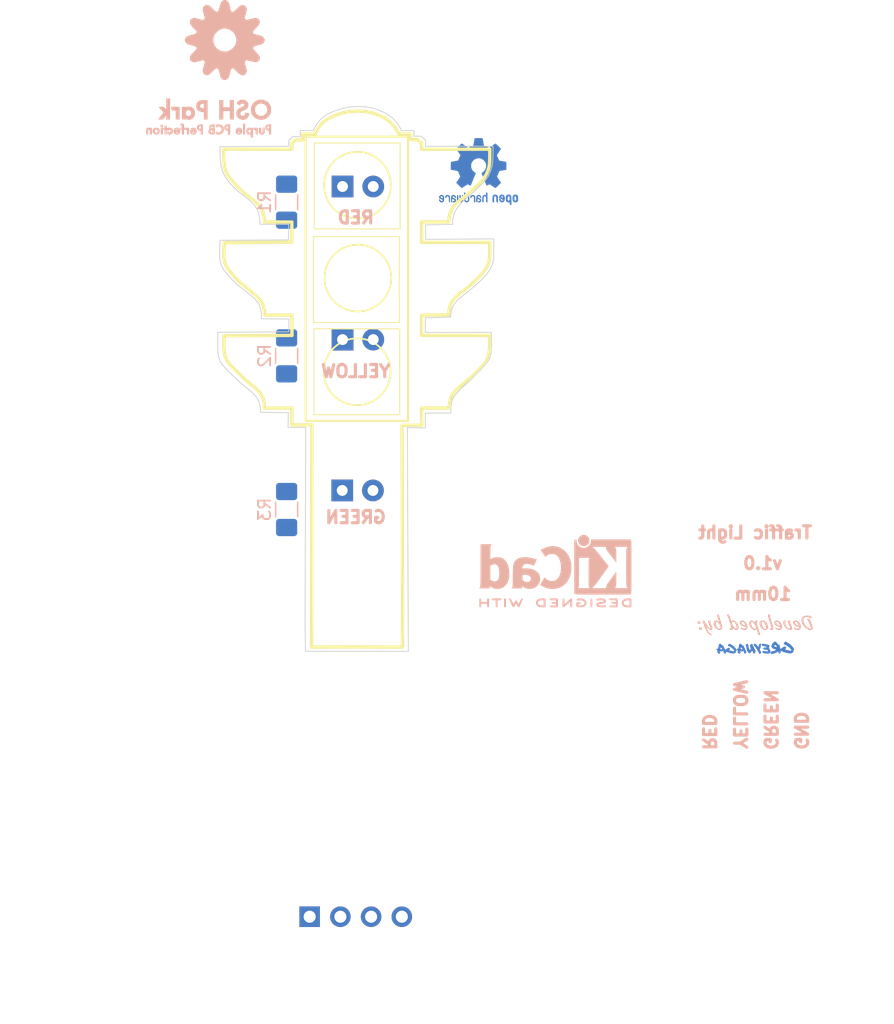
<source format=kicad_pcb>
(kicad_pcb (version 20171130) (host pcbnew 5.0.1-33cea8e~68~ubuntu16.04.1)
  (title_block (title "Project Title"))
  (layers (0 F.Cu signal) (31 B.Cu signal) (34 B.Paste user) (35 F.Paste user) (36 B.SilkS user) (37 F.SilkS user) (38 B.Mask user) (39 F.Mask user) (44 Edge.Cuts user))
  (net 0 "")
  (net 1 "Net-(D1-Pad1)")
  (net 2 "Net-(D1-Pad2)")
  (net 3 "Net-(D2-Pad2)")
  (net 4 "Net-(D2-Pad1)")
  (net 5 "Net-(D3-Pad1)")
  (net 6 "Net-(D3-Pad2)")
  (net 7 GND)
  (module Resistor_SMD:R_1206_3216Metric_Pad1.42x1.75mm_HandSolder (layer B.Cu) (at 128.27 84.455 270)
    (fp_text reference R1 (at 0 1.82 270) (layer B.SilkS) (effects (justify mirror)))
    (fp_text value 330)
    (pad 1 smd roundrect (at -1.4875 0 270) (size 1.425 1.75) (layers B.Cu B.Paste B.Mask) (roundrect_rratio 0.175439) (net 1 "Net-(D1-Pad1)"))
    (pad 2 smd roundrect (at 1.4875 0 270) (size 1.425 1.75) (layers B.Cu B.Paste B.Mask) (roundrect_rratio 0.175439) (net 7 GND))
  )
  (module Resistor_SMD:R_1206_3216Metric_Pad1.42x1.75mm_HandSolder (layer B.Cu) (at 128.27 97.155 270)
    (fp_text reference R2 (at 0 1.82 270) (layer B.SilkS) (effects (justify mirror)))
    (fp_text value 330)
    (pad 2 smd roundrect (at 1.4875 0 270) (size 1.425 1.75) (layers B.Cu B.Paste B.Mask) (roundrect_rratio 0.175439) (net 7 GND))
    (pad 1 smd roundrect (at -1.4875 0 270) (size 1.425 1.75) (layers B.Cu B.Paste B.Mask) (roundrect_rratio 0.175439) (net 4 "Net-(D2-Pad1)"))
  )
  (module Resistor_SMD:R_1206_3216Metric_Pad1.42x1.75mm_HandSolder (layer B.Cu) (at 128.27 109.855 270)
    (fp_text reference R3 (at 0 1.82 270) (layer B.SilkS) (effects (justify mirror)))
    (fp_text value 330)
    (pad 1 smd roundrect (at -1.4875 0 270) (size 1.425 1.75) (layers B.Cu B.Paste B.Mask) (roundrect_rratio 0.175439) (net 5 "Net-(D3-Pad1)"))
    (pad 2 smd roundrect (at 1.4875 0 270) (size 1.425 1.75) (layers B.Cu B.Paste B.Mask) (roundrect_rratio 0.175439) (net 7 GND))
  )
  (module Semaforo:PinHeader_1x04_P2.54mm_Vertical (layer F.Cu) (at 130.175 143.51 90)
    (fp_text reference J1)
    (fp_text value CONN_01X04)
    (pad 1 thru_hole rect (at 0 0 90) (size 1.7 1.7) (drill 1) (layers *.Cu *.Mask) (net 2 "Net-(D1-Pad2)"))
    (pad 2 thru_hole oval (at 0 2.54 90) (size 1.7 1.7) (drill 1) (layers *.Cu *.Mask) (net 3 "Net-(D2-Pad2)"))
    (pad 3 thru_hole oval (at 0 5.08 90) (size 1.7 1.7) (drill 1) (layers *.Cu *.Mask) (net 6 "Net-(D3-Pad2)"))
    (pad 4 thru_hole oval (at 0 7.62 90) (size 1.7 1.7) (drill 1) (layers *.Cu *.Mask) (net 7 GND))
  )
  (module MazBot-Botonera-02:Developed-Silks3 (layer B.Cu) (at 167.005 119.38 180)
    (fp_text reference svg2mod hide)
    (fp_text value G*** hide)
  )
  (module MazBot-Botonera-02:GReynaga.CuMask3 (layer B.Cu) (at 167.005 121.285 180)
    (fp_text reference svg2mod hide)
    (fp_text value G*** hide)
    (fp_poly (pts (xy 3.122325 -0.357007) (xy 2.739494 -0.127833) (xy 2.811028 -0.122534) (xy 2.883879 -0.110613) (xy 2.864009 -0.028481) (xy 2.84149 0.057624) (xy 2.833541 0.044377) (xy 2.781878 -0.017884) (xy 2.740812 -0.082794) (xy 2.724917 -0.106639) (xy 2.710346 -0.130483) (xy 2.724917 -0.129158) (xy 2.739487 -0.127834) (xy 2.739494 -0.127833) (xy 3.122325 -0.357007) (xy 3.098481 -0.403371) (xy 3.062714 -0.444437) (xy 3.017674 -0.47358) (xy 2.964686 -0.486827) (xy 2.940842 -0.477555) (xy 2.928921 -0.469606) (xy 2.920972 -0.465632) (xy 2.915672 -0.461658) (xy 2.899777 -0.455035) (xy 2.905077 -0.437814) (xy 2.903739 -0.421917) (xy 2.887844 -0.404696) (xy 2.879894 -0.396748) (xy 2.87327 -0.3888) (xy 2.850751 -0.36363) (xy 2.886517 -0.354358) (xy 2.930232 -0.330513) (xy 2.939506 -0.281499) (xy 2.894466 -0.280174) (xy 2.858699 -0.289447) (xy 2.809686 -0.301369) (xy 2.756698 -0.305343) (xy 2.736828 -0.305343) (xy 2.716958 -0.302693) (xy 2.703713 -0.300044) (xy 2.698413 -0.284147) (xy 2.693114 -0.278848) (xy 2.67854 -0.261627) (xy 2.675897 -0.232484) (xy 2.667948 -0.208639) (xy 2.656024 -0.241756) (xy 2.650724 -0.255003) (xy 2.637479 -0.257653) (xy 2.633504 -0.264277) (xy 2.632167 -0.2709) (xy 2.625542 -0.29342) (xy 2.620243 -0.298719) (xy 2.614943 -0.302693) (xy 2.608319 -0.326537) (xy 2.60037 -0.349057) (xy 2.588446 -0.383499) (xy 2.585803 -0.415292) (xy 2.580503 -0.429864) (xy 2.565933 -0.443111) (xy 2.550038 -0.451059) (xy 2.542088 -0.456358) (xy 2.535464 -0.459008) (xy 2.531489 -0.473579) (xy 2.515594 -0.476229) (xy 2.4944 -0.480203) (xy 2.481154 -0.481528) (xy 2.467909 -0.480203) (xy 2.445389 -0.461657) (xy 2.426844 -0.447086) (xy 2.413599 -0.423241) (xy 2.410956 -0.408669) (xy 2.408312 -0.395422) (xy 2.404338 -0.387474) (xy 2.387118 -0.371578) (xy 2.401688 -0.359655) (xy 2.403026 -0.337135) (xy 2.458663 -0.207315) (xy 2.520924 -0.080144) (xy 2.540794 -0.037753) (xy 2.561989 0.004637) (xy 2.560651 0.01391) (xy 2.563294 0.025832) (xy 2.587138 0.065573) (xy 2.605683 0.102665) (xy 2.626878 0.14638) (xy 2.656022 0.190095) (xy 2.677216 0.199368) (xy 2.68649 0.202018) (xy 2.698414 0.204667) (xy 2.718284 0.202018) (xy 2.783194 0.249707) (xy 2.840156 0.325215) (xy 2.853402 0.343761) (xy 2.870622 0.333163) (xy 2.889167 0.325215) (xy 2.914336 0.318591) (xy 2.959376 0.306669) (xy 2.993818 0.286799) (xy 3.003092 0.255006) (xy 3.007067 0.23381) (xy 3.013691 0.188771) (xy 3.01899 0.138432) (xy 3.029589 0.093392) (xy 3.038864 0.049677) (xy 3.052109 -0.012584) (xy 3.069329 -0.068221) (xy 3.082574 -0.069546) (xy 3.09582 -0.065572) (xy 3.11304 -0.062922) (xy 3.127614 -0.061598) (xy 3.132913 -0.074845) (xy 3.146158 -0.088092) (xy 3.171328 -0.09604) (xy 3.185898 -0.107962) (xy 3.196497 -0.11591) (xy 3.216367 -0.123859) (xy 3.205768 -0.143729) (xy 3.167351 -0.190094) (xy 3.113039 -0.22586) (xy 3.114377 -0.241757) (xy 3.118351 -0.256329) (xy 3.124976 -0.302693) (xy 3.124976 -0.351707) (xy 3.122332 -0.357006) (xy 3.122325 -0.357007)) (layer B.Cu) (width 0))
    (fp_poly (pts (xy 2.475871 -0.229836) (xy 2.392415 -0.31859) (xy 2.278491 -0.370254) (xy 2.147345 -0.406021) (xy 2.0162 -0.447086) (xy 1.983082 -0.448411) (xy 1.956588 -0.452386) (xy 1.932744 -0.456359) (xy 1.90625 -0.459009) (xy 1.899625 -0.461659) (xy 1.895651 -0.466958) (xy 1.854585 -0.470932) (xy 1.825441 -0.470932) (xy 1.792324 -0.474906) (xy 1.76318 -0.47888) (xy 1.606868 -0.40867) (xy 1.544606 -0.225861) (xy 1.541963 -0.217913) (xy 1.536664 -0.213939) (xy 1.539307 -0.191419) (xy 1.540645 -0.167574) (xy 1.618802 -0.032455) (xy 1.723454 0.07882) (xy 1.739349 0.094717) (xy 1.751273 0.110613) (xy 1.765843 0.12386) (xy 1.785713 0.133133) (xy 1.851948 0.19142) (xy 1.932754 0.241758) (xy 2.01621 0.290772) (xy 2.093043 0.34641) (xy 2.114238 0.342436) (xy 2.128811 0.342436) (xy 2.153981 0.314617) (xy 2.187098 0.297396) (xy 2.218892 0.277525) (xy 2.241411 0.245733) (xy 2.233462 0.239109) (xy 2.237437 0.227187) (xy 2.238775 0.215265) (xy 2.229501 0.209966) (xy 2.23745 0.202018) (xy 2.245399 0.195395) (xy 2.241424 0.184797) (xy 2.241424 0.17155) (xy 2.181813 0.138432) (xy 2.114253 0.10399) (xy 2.041395 0.065574) (xy 1.968536 0.019209) (xy 1.895678 -0.040402) (xy 1.824144 -0.107962) (xy 1.759234 -0.182145) (xy 1.70757 -0.256328) (xy 1.71287 -0.266926) (xy 1.719494 -0.276199) (xy 1.797651 -0.276199) (xy 1.871834 -0.280173) (xy 1.877134 -0.272225) (xy 1.883758 -0.264277) (xy 2.024177 -0.240432) (xy 2.156647 -0.204665) (xy 2.136777 -0.198042) (xy 2.120882 -0.191418) (xy 2.120882 -0.180821) (xy 2.134127 -0.170223) (xy 2.103658 -0.143729) (xy 2.090413 -0.101338) (xy 2.098362 -0.085442) (xy 2.090413 -0.07087) (xy 2.083789 -0.07087) (xy 2.081145 -0.074844) (xy 2.079807 -0.080143) (xy 2.073183 -0.078818) (xy 2.078483 -0.058948) (xy 2.086432 -0.040402) (xy 2.177836 0.020534) (xy 2.213603 -0.00331) (xy 2.257318 -0.02848) (xy 2.305007 -0.053649) (xy 2.351372 -0.077494) (xy 2.384489 -0.098689) (xy 2.412309 -0.126508) (xy 2.438803 -0.153002) (xy 2.47192 -0.175522) (xy 2.473258 -0.20334) (xy 2.475901 -0.229834) (xy 2.475871 -0.229836)) (layer B.Cu) (width 0))
    (fp_poly (pts (xy 1.447904 -0.357007) (xy 1.065065 -0.127834) (xy 1.136599 -0.122535) (xy 1.209458 -0.110613) (xy 1.189588 -0.028481) (xy 1.167068 0.057624) (xy 1.159119 0.044377) (xy 1.107456 -0.017884) (xy 1.06639 -0.082794) (xy 1.050495 -0.106639) (xy 1.035924 -0.130483) (xy 1.050495 -0.129158) (xy 1.065065 -0.127834) (xy 1.447904 -0.357007) (xy 1.424059 -0.403371) (xy 1.388293 -0.444437) (xy 1.343253 -0.47358) (xy 1.290265 -0.486827) (xy 1.26642 -0.477555) (xy 1.254496 -0.469606) (xy 1.246547 -0.465632) (xy 1.241248 -0.461658) (xy 1.225353 -0.455035) (xy 1.230652 -0.437814) (xy 1.229314 -0.421917) (xy 1.213419 -0.404696) (xy 1.20547 -0.396748) (xy 1.198845 -0.3888) (xy 1.176326 -0.36363) (xy 1.212093 -0.354358) (xy 1.255808 -0.330513) (xy 1.265082 -0.281499) (xy 1.220042 -0.280174) (xy 1.184275 -0.289447) (xy 1.135261 -0.301369) (xy 1.082273 -0.305343) (xy 1.062404 -0.305343) (xy 1.042534 -0.302693) (xy 1.029288 -0.300044) (xy 1.023989 -0.284147) (xy 1.018689 -0.278848) (xy 1.004119 -0.261627) (xy 1.001476 -0.232484) (xy 0.993527 -0.208639) (xy 0.981603 -0.241756) (xy 0.976303 -0.255003) (xy 0.963058 -0.257653) (xy 0.959083 -0.264277) (xy 0.957745 -0.2709) (xy 0.951121 -0.29342) (xy 0.945822 -0.298719) (xy 0.940522 -0.302693) (xy 0.933898 -0.326537) (xy 0.925948 -0.349057) (xy 0.914025 -0.383499) (xy 0.911381 -0.415292) (xy 0.906082 -0.429864) (xy 0.891512 -0.443111) (xy 0.875616 -0.451059) (xy 0.867667 -0.456358) (xy 0.861043 -0.459008) (xy 0.857068 -0.473579) (xy 0.841173 -0.476229) (xy 0.819978 -0.480203) (xy 0.806733 -0.481528) (xy 0.793488 -0.480203) (xy 0.770968 -0.461657) (xy 0.752423 -0.447086) (xy 0.739178 -0.423241) (xy 0.736534 -0.408669) (xy 0.733891 -0.395422) (xy 0.729917 -0.387474) (xy 0.712697 -0.371578) (xy 0.727267 -0.359655) (xy 0.728605 -0.337135) (xy 0.784242 -0.207315) (xy 0.846503 -0.080144) (xy 0.866373 -0.037753) (xy 0.887568 0.004637) (xy 0.88623 0.01391) (xy 0.888873 0.025832) (xy 0.912717 0.065573) (xy 0.931262 0.102665) (xy 0.952457 0.14638) (xy 0.981601 0.190095) (xy 1.002796 0.199368) (xy 1.01207 0.202018) (xy 1.023993 0.204667) (xy 1.043863 0.202018) (xy 1.108773 0.249707) (xy 1.165736 0.325215) (xy 1.178981 0.343761) (xy 1.196201 0.333163) (xy 1.214746 0.325215) (xy 1.239915 0.318591) (xy 1.284955 0.306669) (xy 1.319397 0.286799) (xy 1.328672 0.255006) (xy 1.332646 0.23381) (xy 1.339271 0.188771) (xy 1.34457 0.138432) (xy 1.355169 0.093392) (xy 1.364443 0.049677) (xy 1.377688 -0.012584) (xy 1.394909 -0.068221) (xy 1.408154 -0.069546) (xy 1.421399 -0.065572) (xy 1.438619 -0.062922) (xy 1.45319 -0.061598) (xy 1.458489 -0.074845) (xy 1.471735 -0.088092) (xy 1.496904 -0.09604) (xy 1.511474 -0.107962) (xy 1.522073 -0.11591) (xy 1.541943 -0.123859) (xy 1.531344 -0.143729) (xy 1.492928 -0.190094) (xy 1.438615 -0.22586) (xy 1.439953 -0.241757) (xy 1.443928 -0.256329) (xy 1.450552 -0.302693) (xy 1.450552 -0.351707) (xy 1.447909 -0.357006) (xy 1.447904 -0.357007)) (layer B.Cu) (width 0))
    (fp_poly (pts (xy 0.253024 -0.227186) (xy 0.235804 -0.241758) (xy 0.225208 -0.264278) (xy 0.215934 -0.286797) (xy 0.202685 -0.29607) (xy 0.194736 -0.314616) (xy 0.184137 -0.331837) (xy 0.176188 -0.350383) (xy 0.178831 -0.372903) (xy 0.165586 -0.395423) (xy 0.158961 -0.423241) (xy 0.148362 -0.445761) (xy 0.119219 -0.45371) (xy 0.117881 -0.460333) (xy 0.121855 -0.469606) (xy 0.099336 -0.470931) (xy 0.082116 -0.477554) (xy 0.039725 -0.449735) (xy 0.010581 -0.40602) (xy -0.011938 -0.355682) (xy -0.030483 -0.311966) (xy -0.029145 -0.284148) (xy -0.038419 -0.260303) (xy 0.103323 0.03378) (xy 0.249041 0.342436) (xy 0.308652 0.314617) (xy 0.362965 0.280175) (xy 0.405355 0.23381) (xy 0.427875 0.176848) (xy 0.421251 0.170225) (xy 0.415951 0.1689) (xy 0.421251 0.159627) (xy 0.421251 0.154328) (xy 0.421251 0.14638) (xy 0.425225 0.134458) (xy 0.417276 0.133133) (xy 0.409327 0.133133) (xy 0.41197 0.109288) (xy 0.40667 0.092067) (xy 0.400046 0.076171) (xy 0.401384 0.054975) (xy 0.39476 0.052326) (xy 0.392116 0.048351) (xy 0.388142 0.044377) (xy 0.382842 0.044377) (xy 0.385486 -0.013909) (xy 0.382842 -0.073521) (xy 0.38418 -0.135782) (xy 0.393454 -0.202017) (xy 0.468962 -0.130483) (xy 0.515327 -0.032455) (xy 0.543146 0.084118) (xy 0.563016 0.21129) (xy 0.58156 0.240433) (xy 0.593484 0.2762) (xy 0.604083 0.314616) (xy 0.617329 0.350383) (xy 0.650446 0.337136) (xy 0.67694 0.315941) (xy 0.70211 0.294746) (xy 0.735227 0.282823) (xy 0.764371 0.239108) (xy 0.781591 0.194069) (xy 0.770992 0.170224) (xy 0.764368 0.14373) (xy 0.753769 0.11856) (xy 0.735224 0.100014) (xy 0.724625 0.036429) (xy 0.712701 -0.019209) (xy 0.703427 -0.077495) (xy 0.700784 -0.142406) (xy 0.678264 -0.207316) (xy 0.659719 -0.269577) (xy 0.626602 -0.310643) (xy 0.601433 -0.358332) (xy 0.594808 -0.360982) (xy 0.585534 -0.357008) (xy 0.585534 -0.364956) (xy 0.58156 -0.370255) (xy 0.578916 -0.375554) (xy 0.58156 -0.386151) (xy 0.548442 -0.408671) (xy 0.516648 -0.435165) (xy 0.476907 -0.451061) (xy 0.417296 -0.441789) (xy 0.320584 -0.350383) (xy 0.253024 -0.227186)) (layer B.Cu) (width 0))
    (fp_poly (pts (xy -0.137763 -0.12121) (xy -0.153658 -0.141081) (xy -0.166904 -0.1636) (xy -0.181474 -0.191419) (xy -0.201344 -0.215264) (xy -0.214589 -0.247057) (xy -0.235784 -0.272226) (xy -0.298044 -0.387475) (xy -0.305994 -0.41132) (xy -0.317914 -0.432515) (xy -0.323214 -0.441788) (xy -0.327188 -0.448411) (xy -0.329832 -0.461658) (xy -0.344402 -0.480204) (xy -0.358972 -0.494776) (xy -0.368246 -0.505373) (xy -0.388116 -0.513322) (xy -0.50603 -0.409995) (xy -0.504692 -0.396748) (xy -0.500717 -0.383501) (xy -0.495418 -0.367604) (xy -0.483497 -0.330513) (xy -0.460977 -0.297395) (xy -0.449057 -0.268252) (xy -0.417263 -0.205991) (xy -0.388119 -0.155652) (xy -0.370899 -0.126509) (xy -0.402693 -0.088092) (xy -0.433162 -0.024507) (xy -0.451707 0.029806) (xy -0.455681 0.05895) (xy -0.460981 0.084119) (xy -0.467605 0.113262) (xy -0.470248 0.14373) (xy -0.478197 0.162276) (xy -0.475554 0.175523) (xy -0.474216 0.199368) (xy -0.480841 0.231161) (xy -0.487465 0.260304) (xy -0.488803 0.292097) (xy -0.480854 0.321241) (xy -0.455684 0.34641) (xy -0.433165 0.347735) (xy -0.410645 0.334488) (xy -0.388126 0.322565) (xy -0.360307 0.309318) (xy -0.332488 0.292097) (xy -0.323214 0.273551) (xy -0.305994 0.25898) (xy -0.305994 0.244408) (xy -0.304656 0.229837) (xy -0.299356 0.208641) (xy -0.294057 0.192745) (xy -0.290082 0.156978) (xy -0.282133 0.12651) (xy -0.274184 0.096042) (xy -0.272846 0.061599) (xy -0.2596 0.070872) (xy -0.254301 0.074846) (xy -0.249001 0.07882) (xy -0.170844 0.184796) (xy -0.173487 0.198044) (xy -0.145668 0.224538) (xy -0.125799 0.244408) (xy -0.108579 0.264279) (xy -0.094005 0.274876) (xy 0.0265 0.357007) (xy 0.045045 0.359657) (xy 0.050344 0.342435) (xy 0.071539 0.315941) (xy 0.107306 0.293421) (xy 0.119226 0.285473) (xy 0.125851 0.265603) (xy 0.124513 0.253681) (xy 0.129812 0.240434) (xy 0.103318 0.194069) (xy 0.074174 0.167575) (xy 0.051655 0.147704) (xy 0.037084 0.126509) (xy 0.02781 0.115911) (xy -0.007942 0.073521) (xy -0.011917 0.057624) (xy -0.027812 0.057624) (xy -0.034436 0.052326) (xy -0.047682 0.029806) (xy -0.060931 0.012585) (xy -0.067555 0.005961) (xy -0.071529 -0.004636) (xy -0.075504 -0.015234) (xy -0.096699 -0.041728) (xy -0.105973 -0.060274) (xy -0.116569 -0.081469) (xy -0.131142 -0.10134) (xy -0.137766 -0.12121) (xy -0.137763 -0.12121)) (layer B.Cu) (width 0))
    (fp_poly (pts (xy -0.529874 0.277525) (xy -0.529874 0.262953) (xy -0.531212 0.255005) (xy -0.531212 0.245732) (xy -0.528569 0.232485) (xy -0.593479 0.170224) (xy -0.671637 0.146379) (xy -0.759067 0.131808) (xy -0.846497 0.097366) (xy -0.878291 0.097366) (xy -0.918032 0.093391) (xy -0.937901 0.081469) (xy -0.961746 0.074846) (xy -0.957771 0.049676) (xy -0.953797 0.029806) (xy -0.851795 0.031131) (xy -0.74052 0.037754) (xy -0.741858 0.028481) (xy -0.743196 0.021858) (xy -0.724651 0.004637) (xy -0.706106 -0.013909) (xy -0.687561 -0.029805) (xy -0.663717 -0.03378) (xy -0.657092 -0.057624) (xy -0.659735 -0.082794) (xy -0.702126 -0.113262) (xy -0.747165 -0.139756) (xy -0.796179 -0.159626) (xy -0.853142 -0.164925) (xy -0.863741 -0.164925) (xy -0.87169 -0.160951) (xy -0.902159 -0.164925) (xy -0.931303 -0.168899) (xy -0.967069 -0.1636) (xy -1.002836 -0.158301) (xy -1.041253 -0.217913) (xy -1.071721 -0.285473) (xy -0.997538 -0.290772) (xy -0.940576 -0.286798) (xy -0.886263 -0.280174) (xy -0.816054 -0.277524) (xy -0.753793 -0.258979) (xy -0.686233 -0.243082) (xy -0.667689 -0.257654) (xy -0.653115 -0.2762) (xy -0.63722 -0.290771) (xy -0.61735 -0.29607) (xy -0.610726 -0.309317) (xy -0.606751 -0.322564) (xy -0.602776 -0.334486) (xy -0.590856 -0.337136) (xy -0.63722 -0.404696) (xy -0.695507 -0.439138) (xy -0.769691 -0.457684) (xy -0.858445 -0.47358) (xy -0.878315 -0.472256) (xy -0.89686 -0.469606) (xy -0.969719 -0.481528) (xy -1.055824 -0.485502) (xy -1.13928 -0.47358) (xy -1.204147 -0.439138) (xy -1.218718 -0.417943) (xy -1.23594 -0.398072) (xy -1.241238 -0.359656) (xy -1.249187 -0.315941) (xy -1.25581 -0.269577) (xy -1.25316 -0.228511) (xy -1.237264 -0.192744) (xy -1.227991 -0.158302) (xy -1.220043 -0.151678) (xy -1.209445 -0.146379) (xy -1.192224 -0.10134) (xy -1.173678 -0.060274) (xy -1.153808 -0.020533) (xy -1.133938 0.025832) (xy -1.161757 0.062923) (xy -1.17368 0.103989) (xy -1.180303 0.146379) (xy -1.189576 0.191419) (xy -1.157783 0.223212) (xy -1.115393 0.244407) (xy -1.066379 0.257654) (xy -1.010741 0.269577) (xy -0.916688 0.296071) (xy -0.834556 0.310642) (xy -0.749775 0.322565) (xy -0.650423 0.338461) (xy -0.627903 0.326539) (xy -0.615979 0.333162) (xy -0.609355 0.341111) (xy -0.576237 0.302694) (xy -0.529873 0.277525) (xy -0.529874 0.277525)) (layer B.Cu) (width 0))
    (fp_poly (pts (xy -2.108917 -0.354357) (xy -1.78304 0.114587) (xy -1.80556 0.053651) (xy -1.688986 0.084119) (xy -1.573737 0.131808) (xy -1.60818 0.209965) (xy -1.666467 0.251031) (xy -1.666466 0.251032) (xy -1.704883 0.204667) (xy -1.747273 0.162277) (xy -1.78304 0.114587) (xy -2.108917 -0.354357) (xy -2.120839 -0.345085) (xy -2.132761 -0.322565) (xy -2.11819 -0.322565) (xy -2.123489 -0.269577) (xy -2.111566 -0.221887) (xy -2.100969 -0.176848) (xy -2.104943 -0.130483) (xy -2.09567 -0.127833) (xy -2.090371 -0.109287) (xy -2.089046 -0.085443) (xy -2.090371 -0.064247) (xy -2.063877 0.020533) (xy -2.045331 0.106639) (xy -2.02811 0.190095) (xy -2.001616 0.266928) (xy -1.9632 0.261629) (xy -1.935381 0.244408) (xy -1.862523 0.32124) (xy -1.798937 0.40867) (xy -1.724754 0.485503) (xy -1.622752 0.525244) (xy -1.551218 0.47623) (xy -1.486308 0.412644) (xy -1.466437 0.398073) (xy -1.445242 0.384825) (xy -1.445242 0.364955) (xy -1.414774 0.323889) (xy -1.392254 0.274875) (xy -1.372384 0.223212) (xy -1.351188 0.174198) (xy -1.353838 0.159627) (xy -1.351188 0.147704) (xy -1.347214 0.134457) (xy -1.345889 0.117236) (xy -1.392254 0.003312) (xy -1.490282 -0.066897) (xy -1.612154 -0.113262) (xy -1.730053 -0.154328) (xy -1.724754 -0.159626) (xy -1.72078 -0.167575) (xy -1.659843 -0.205991) (xy -1.618778 -0.23116) (xy -1.576387 -0.247057) (xy -1.511477 -0.262953) (xy -1.447891 -0.27885) (xy -1.405501 -0.288122) (xy -1.36576 -0.293421) (xy -1.308798 -0.300045) (xy -1.284953 -0.334487) (xy -1.271706 -0.374228) (xy -1.270381 -0.412644) (xy -1.280979 -0.440463) (xy -1.274355 -0.445762) (xy -1.261108 -0.445762) (xy -1.277005 -0.461658) (xy -1.290252 -0.480204) (xy -1.306148 -0.497425) (xy -1.327344 -0.506698) (xy -1.449216 -0.508023) (xy -1.638648 -0.447086) (xy -1.731377 -0.40867) (xy -1.793638 -0.375553) (xy -1.842652 -0.339786) (xy -1.894316 -0.293421) (xy -1.899614 -0.29872) (xy -1.903588 -0.304019) (xy -1.924784 -0.390124) (xy -1.964525 -0.457684) (xy -1.993668 -0.461658) (xy -2.010889 -0.47623) (xy -2.030759 -0.474905) (xy -2.042682 -0.468281) (xy -2.054604 -0.460333) (xy -2.075799 -0.457683) (xy -2.083747 -0.435164) (xy -2.104943 -0.424566) (xy -2.102293 -0.404695) (xy -2.106267 -0.388799) (xy -2.111566 -0.372902) (xy -2.108916 -0.354357) (xy -2.108917 -0.354357)) (layer B.Cu) (width 0))
    (fp_poly (pts (xy -3.216367 -0.154328) (xy -3.212393 -0.127833) (xy -3.211068 -0.097365) (xy -3.118339 0.064248) (xy -2.992492 0.196718) (xy -2.973946 0.215264) (xy -2.959375 0.235134) (xy -2.942154 0.251031) (xy -2.918309 0.261629) (xy -2.838827 0.331838) (xy -2.742124 0.392774) (xy -2.641447 0.452385) (xy -2.548718 0.51862) (xy -2.526198 0.511997) (xy -2.507652 0.513322) (xy -2.477184 0.477555) (xy -2.437443 0.457685) (xy -2.399026 0.43384) (xy -2.371208 0.396748) (xy -2.38048 0.390125) (xy -2.376506 0.375553) (xy -2.373857 0.360982) (xy -2.385779 0.354358) (xy -2.376506 0.345085) (xy -2.367233 0.335813) (xy -2.371208 0.322566) (xy -2.371208 0.307994) (xy -2.442742 0.266927) (xy -2.524873 0.227186) (xy -2.612303 0.180822) (xy -2.699733 0.125184) (xy -2.788488 0.054975) (xy -2.873269 -0.027156) (xy -2.950102 -0.115911) (xy -3.011038 -0.204666) (xy -3.004415 -0.216588) (xy -2.996466 -0.228511) (xy -2.902413 -0.228511) (xy -2.814982 -0.233809) (xy -2.808359 -0.223212) (xy -2.800411 -0.213939) (xy -2.632174 -0.184796) (xy -2.47321 -0.142405) (xy -2.5156 -0.127834) (xy -2.5156 -0.114587) (xy -2.501029 -0.10134) (xy -2.536796 -0.069547) (xy -2.552692 -0.017883) (xy -2.543419 0.000663) (xy -2.552692 0.017884) (xy -2.56064 0.017884) (xy -2.56329 0.012585) (xy -2.56594 0.007286) (xy -2.572563 0.007286) (xy -2.56594 0.031131) (xy -2.557992 0.053651) (xy -2.44804 0.126509) (xy -2.40565 0.09869) (xy -2.352662 0.069547) (xy -2.2957 0.039079) (xy -2.241387 0.009935) (xy -2.200321 -0.016559) (xy -2.167204 -0.048352) (xy -2.135411 -0.080145) (xy -2.096995 -0.106639) (xy -2.094345 -0.141081) (xy -2.091695 -0.172874) (xy -2.152632 -0.249707) (xy -2.233438 -0.302695) (xy -2.327492 -0.341111) (xy -2.430819 -0.370255) (xy -2.538119 -0.399398) (xy -2.642771 -0.43384) (xy -2.681187 -0.435165) (xy -2.711655 -0.439139) (xy -2.740799 -0.444438) (xy -2.772592 -0.448412) (xy -2.781865 -0.451062) (xy -2.787163 -0.457685) (xy -2.834853 -0.461659) (xy -2.870619 -0.461659) (xy -2.909036 -0.466958) (xy -2.946127 -0.470932) (xy -3.13291 -0.38615) (xy -3.207094 -0.167575) (xy -3.209743 -0.159626) (xy -3.216367 -0.154328)) (layer B.Cu) (width 0))
  )
  (module Symbol:KiCad-Logo2_6mm_SilkScreen (layer B.Cu) (at 150.495 114.935 180)
    (fp_text reference REF** hide)
    (fp_text value KiCad-Logo2_6mm_SilkScreen hide)
  )
  (module Symbol:OSHW-Logo2_7.3x6mm_Copper (layer B.Cu) (at 144.145 81.915 180)
    (fp_text reference REF** hide)
    (fp_text value OSHW-Logo2_7.3x6mm_Copper hide)
    (fp_poly (pts (xy 0.10391 2.757652) (xy 0.182454 2.757222) (xy 0.239298 2.756058) (xy 0.278105 2.753793) (xy 0.302538 2.75006) (xy 0.316262 2.744494) (xy 0.32294 2.736727) (xy 0.326236 2.726395) (xy 0.326556 2.725057) (xy 0.331562 2.700921) (xy 0.340829 2.653299) (xy 0.353392 2.587259) (xy 0.368287 2.507872) (xy 0.384551 2.420204) (xy 0.385119 2.417125) (xy 0.40141 2.331211) (xy 0.416652 2.255304) (xy 0.429861 2.193955) (xy 0.440054 2.151718) (xy 0.446248 2.133145) (xy 0.446543 2.132816) (xy 0.464788 2.123747) (xy 0.502405 2.108633) (xy 0.551271 2.090738) (xy 0.551543 2.090642) (xy 0.613093 2.067507) (xy 0.685657 2.038035) (xy 0.754057 2.008403) (xy 0.757294 2.006938) (xy 0.868702 1.956374) (xy 1.115399 2.12484) (xy 1.191077 2.176197) (xy 1.259631 2.222111) (xy 1.317088 2.25997) (xy 1.359476 2.287163) (xy 1.382825 2.301079) (xy 1.385042 2.302111) (xy 1.40201 2.297516) (xy 1.433701 2.275345) (xy 1.481352 2.234553) (xy 1.546198 2.174095) (xy 1.612397 2.109773) (xy 1.676214 2.046388) (xy 1.733329 1.988549) (xy 1.780305 1.939825) (xy 1.813703 1.90379) (xy 1.830085 1.884016) (xy 1.830694 1.882998) (xy 1.832505 1.869428) (xy 1.825683 1.847267) (xy 1.80854 1.813522) (xy 1.779393 1.7652) (xy 1.736555 1.699308) (xy 1.679448 1.614483) (xy 1.628766 1.539823) (xy 1.583461 1.47286) (xy 1.54615 1.417484) (xy 1.519452 1.37758) (xy 1.505985 1.357038) (xy 1.505137 1.355644) (xy 1.506781 1.335962) (xy 1.519245 1.297707) (xy 1.540048 1.248111) (xy 1.547462 1.232272) (xy 1.579814 1.16171) (xy 1.614328 1.081647) (xy 1.642365 1.012371) (xy 1.662568 0.960955) (xy 1.678615 0.921881) (xy 1.687888 0.901459) (xy 1.689041 0.899886) (xy 1.706096 0.897279) (xy 1.746298 0.890137) (xy 1.804302 0.879477) (xy 1.874763 0.866315) (xy 1.952335 0.851667) (xy 2.031672 0.836551) (xy 2.107431 0.821982) (xy 2.174264 0.808978) (xy 2.226828 0.798555) (xy 2.259776 0.79173) (xy 2.267857 0.789801) (xy 2.276205 0.785038) (xy 2.282506 0.774282) (xy 2.287045 0.753902) (xy 2.290104 0.720266) (xy 2.291967 0.669745) (xy 2.292918 0.598708) (xy 2.29324 0.503524) (xy 2.293257 0.464508) (xy 2.293257 0.147201) (xy 2.217057 0.132161) (xy 2.174663 0.124005) (xy 2.1114 0.112101) (xy 2.034962 0.097884) (xy 1.953043 0.08279) (xy 1.9304 0.078645) (xy 1.854806 0.063947) (xy 1.788953 0.049495) (xy 1.738366 0.036625) (xy 1.708574 0.026678) (xy 1.703612 0.023713) (xy 1.691426 0.002717) (xy 1.673953 -0.037967) (xy 1.654577 -0.090322) (xy 1.650734 -0.1016) (xy 1.625339 -0.171523) (xy 1.593817 -0.250418) (xy 1.562969 -0.321266) (xy 1.562817 -0.321595) (xy 1.511447 -0.432733) (xy 1.680399 -0.681253) (xy 1.849352 -0.929772) (xy 1.632429 -1.147058) (xy 1.566819 -1.211726) (xy 1.506979 -1.268733) (xy 1.456267 -1.315033) (xy 1.418046 -1.347584) (xy 1.395675 -1.363343) (xy 1.392466 -1.364343) (xy 1.373626 -1.356469) (xy 1.33518 -1.334578) (xy 1.28133 -1.301267) (xy 1.216276 -1.259131) (xy 1.14594 -1.211943) (xy 1.074555 -1.16381) (xy 1.010908 -1.121928) (xy 0.959041 -1.088871) (xy 0.922995 -1.067218) (xy 0.906867 -1.059543) (xy 0.887189 -1.066037) (xy 0.849875 -1.08315) (xy 0.802621 -1.107326) (xy 0.797612 -1.110013) (xy 0.733977 -1.141927) (xy 0.690341 -1.157579) (xy 0.663202 -1.157745) (xy 0.649057 -1.143204) (xy 0.648975 -1.143) (xy 0.641905 -1.125779) (xy 0.625042 -1.084899) (xy 0.599695 -1.023525) (xy 0.567171 -0.944819) (xy 0.528778 -0.851947) (xy 0.485822 -0.748072) (xy 0.444222 -0.647502) (xy 0.398504 -0.536516) (xy 0.356526 -0.433703) (xy 0.319548 -0.342215) (xy 0.288827 -0.265201) (xy 0.265622 -0.205815) (xy 0.25119 -0.167209) (xy 0.246743 -0.1528) (xy 0.257896 -0.136272) (xy 0.287069 -0.10993) (xy 0.325971 -0.080887) (xy 0.436757 0.010961) (xy 0.523351 0.116241) (xy 0.584716 0.232734) (xy 0.619815 0.358224) (xy 0.627608 0.490493) (xy 0.621943 0.551543) (xy 0.591078 0.678205) (xy 0.53792 0.790059) (xy 0.465767 0.885999) (xy 0.377917 0.964924) (xy 0.277665 1.02573) (xy 0.16831 1.067313) (xy 0.053147 1.088572) (xy -0.064525 1.088401) (xy -0.18141 1.065699) (xy -0.294211 1.019362) (xy -0.399631 0.948287) (xy -0.443632 0.908089) (xy -0.528021 0.804871) (xy -0.586778 0.692075) (xy -0.620296 0.57299) (xy -0.628965 0.450905) (xy -0.613177 0.329107) (xy -0.573322 0.210884) (xy -0.509793 0.099525) (xy -0.422979 -0.001684) (xy -0.325971 -0.080887) (xy -0.285563 -0.111162) (xy -0.257018 -0.137219) (xy -0.246743 -0.152825) (xy -0.252123 -0.169843) (xy -0.267425 -0.2105) (xy -0.291388 -0.271642) (xy -0.322756 -0.350119) (xy -0.360268 -0.44278) (xy -0.402667 -0.546472) (xy -0.444337 -0.647526) (xy -0.49031 -0.758607) (xy -0.532893 -0.861541) (xy -0.570779 -0.953165) (xy -0.60266 -1.030316) (xy -0.627229 -1.089831) (xy -0.64318 -1.128544) (xy -0.64909 -1.143) (xy -0.663052 -1.157685) (xy -0.69006 -1.157642) (xy -0.733587 -1.142099) (xy -0.79711 -1.110284) (xy -0.797612 -1.110013) (xy -0.84544 -1.085323) (xy -0.884103 -1.067338) (xy -0.905905 -1.059614) (xy -0.906867 -1.059543) (xy -0.923279 -1.067378) (xy -0.959513 -1.089165) (xy -1.011526 -1.122328) (xy -1.075275 -1.164291) (xy -1.14594 -1.211943) (xy -1.217884 -1.260191) (xy -1.282726 -1.302151) (xy -1.336265 -1.335227) (xy -1.374303 -1.356821) (xy -1.392467 -1.364343) (xy -1.409192 -1.354457) (xy -1.44282 -1.326826) (xy -1.48999 -1.284495) (xy -1.547342 -1.230505) (xy -1.611516 -1.167899) (xy -1.632503 -1.146983) (xy -1.849501 -0.929623) (xy -1.684332 -0.68722) (xy -1.634136 -0.612781) (xy -1.590081 -0.545972) (xy -1.554638 -0.490665) (xy -1.530281 -0.450729) (xy -1.519478 -0.430036) (xy -1.519162 -0.428563) (xy -1.524857 -0.409058) (xy -1.540174 -0.369822) (xy -1.562463 -0.31743) (xy -1.578107 -0.282355) (xy -1.607359 -0.215201) (xy -1.634906 -0.147358) (xy -1.656263 -0.090034) (xy -1.662065 -0.072572) (xy -1.678548 -0.025938) (xy -1.69466 0.010095) (xy -1.70351 0.023713) (xy -1.72304 0.032048) (xy -1.765666 0.043863) (xy -1.825855 0.057819) (xy -1.898078 0.072578) (xy -1.9304 0.078645) (xy -2.012478 0.093727) (xy -2.091205 0.108331) (xy -2.158891 0.12102) (xy -2.20784 0.130358) (xy -2.217057 0.132161) (xy -2.293257 0.147201) (xy -2.293257 0.464508) (xy -2.293086 0.568846) (xy -2.292384 0.647787) (xy -2.290866 0.704962) (xy -2.288251 0.744001) (xy -2.284254 0.768535) (xy -2.278591 0.782195) (xy -2.27098 0.788611) (xy -2.267857 0.789801) (xy -2.249022 0.79402) (xy -2.207412 0.802438) (xy -2.14837 0.814039) (xy -2.077243 0.827805) (xy -1.999375 0.84272) (xy -1.920113 0.857768) (xy -1.844802 0.871931) (xy -1.778787 0.884194) (xy -1.727413 0.893539) (xy -1.696025 0.89895) (xy -1.689041 0.899886) (xy -1.682715 0.912404) (xy -1.66871 0.945754) (xy -1.649645 0.993623) (xy -1.642366 1.012371) (xy -1.613004 1.084805) (xy -1.578429 1.16483) (xy -1.547463 1.232272) (xy -1.524677 1.283841) (xy -1.509518 1.326215) (xy -1.504458 1.352166) (xy -1.505264 1.355644) (xy -1.515959 1.372064) (xy -1.54038 1.408583) (xy -1.575905 1.461313) (xy -1.619913 1.526365) (xy -1.669783 1.599849) (xy -1.679644 1.614355) (xy -1.737508 1.700296) (xy -1.780044 1.765739) (xy -1.808946 1.813696) (xy -1.82591 1.84718) (xy -1.832633 1.869205) (xy -1.83081 1.882783) (xy -1.830764 1.882869) (xy -1.816414 1.900703) (xy -1.784677 1.935183) (xy -1.73899 1.982732) (xy -1.682796 2.039778) (xy -1.619532 2.102745) (xy -1.612398 2.109773) (xy -1.53267 2.18698) (xy -1.471143 2.24367) (xy -1.426579 2.28089) (xy -1.397743 2.299685) (xy -1.385042 2.302111) (xy -1.366506 2.291529) (xy -1.328039 2.267084) (xy -1.273614 2.231388) (xy -1.207202 2.187053) (xy -1.132775 2.136689) (xy -1.115399 2.12484) (xy -0.868703 1.956374) (xy -0.757294 2.006938) (xy -0.689543 2.036405) (xy -0.616817 2.066041) (xy -0.554297 2.08967) (xy -0.551543 2.090642) (xy -0.50264 2.108543) (xy -0.464943 2.12368) (xy -0.446575 2.13279) (xy -0.446544 2.132816) (xy -0.440715 2.149283) (xy -0.430808 2.189781) (xy -0.417805 2.249758) (xy -0.402691 2.32466) (xy -0.386448 2.409936) (xy -0.385119 2.417125) (xy -0.368825 2.504986) (xy -0.353867 2.58474) (xy -0.341209 2.651319) (xy -0.331814 2.699653) (xy -0.326646 2.724675) (xy -0.326556 2.725057) (xy -0.323411 2.735701) (xy -0.317296 2.743738) (xy -0.304547 2.749533) (xy -0.2815 2.753453) (xy -0.244491 2.755865) (xy -0.189856 2.757135) (xy -0.113933 2.757629) (xy -0.013056 2.757714) (xy 0 2.757714) (xy 0.10391 2.757652)) (layer B.Cu) (width 0.01))
    (fp_poly (pts (xy 3.153595 -1.966966) (xy 3.211021 -2.004497) (xy 3.238719 -2.038096) (xy 3.260662 -2.099064) (xy 3.262405 -2.147308) (xy 3.258457 -2.211816) (xy 3.109686 -2.276934) (xy 3.037349 -2.310202) (xy 2.990084 -2.336964) (xy 2.965507 -2.360144) (xy 2.961237 -2.382667) (xy 2.974889 -2.407455) (xy 2.989943 -2.423886) (xy 3.033746 -2.450235) (xy 3.081389 -2.452081) (xy 3.125145 -2.431546) (xy 3.157289 -2.390752) (xy 3.163038 -2.376347) (xy 3.190576 -2.331356) (xy 3.222258 -2.312182) (xy 3.265714 -2.295779) (xy 3.265714 -2.357966) (xy 3.261872 -2.400283) (xy 3.246823 -2.435969) (xy 3.21528 -2.476943) (xy 3.210592 -2.482267) (xy 3.175506 -2.51872) (xy 3.145347 -2.538283) (xy 3.107615 -2.547283) (xy 3.076335 -2.55023) (xy 3.020385 -2.550965) (xy 2.980555 -2.54166) (xy 2.955708 -2.527846) (xy 2.916656 -2.497467) (xy 2.889625 -2.464613) (xy 2.872517 -2.423294) (xy 2.863238 -2.367521) (xy 2.859693 -2.291305) (xy 2.85941 -2.252622) (xy 2.860372 -2.206247) (xy 2.948007 -2.206247) (xy 2.949023 -2.231126) (xy 2.951556 -2.2352) (xy 2.968274 -2.229665) (xy 3.004249 -2.215017) (xy 3.052331 -2.19419) (xy 3.062386 -2.189714) (xy 3.123152 -2.158814) (xy 3.156632 -2.131657) (xy 3.16399 -2.10622) (xy 3.146391 -2.080481) (xy 3.131856 -2.069109) (xy 3.07941 -2.046364) (xy 3.030322 -2.050122) (xy 2.989227 -2.077884) (xy 2.960758 -2.127152) (xy 2.951631 -2.166257) (xy 2.948007 -2.206247) (xy 2.860372 -2.206247) (xy 2.861285 -2.162249) (xy 2.868196 -2.095384) (xy 2.881884 -2.046695) (xy 2.904096 -2.010849) (xy 2.936574 -1.982513) (xy 2.950733 -1.973355) (xy 3.015053 -1.949507) (xy 3.085473 -1.948006) (xy 3.153595 -1.966966)) (layer B.Cu) (width 0.01))
    (fp_poly (pts (xy 2.6526 -1.958752) (xy 2.669948 -1.966334) (xy 2.711356 -1.999128) (xy 2.746765 -2.046547) (xy 2.768664 -2.097151) (xy 2.772229 -2.122098) (xy 2.760279 -2.156927) (xy 2.734067 -2.175357) (xy 2.705964 -2.186516) (xy 2.693095 -2.188572) (xy 2.686829 -2.173649) (xy 2.674456 -2.141175) (xy 2.669028 -2.126502) (xy 2.63859 -2.075744) (xy 2.59452 -2.050427) (xy 2.53801 -2.051206) (xy 2.533825 -2.052203) (xy 2.503655 -2.066507) (xy 2.481476 -2.094393) (xy 2.466327 -2.139287) (xy 2.45725 -2.204615) (xy 2.453286 -2.293804) (xy 2.452914 -2.341261) (xy 2.45273 -2.416071) (xy 2.451522 -2.467069) (xy 2.448309 -2.499471) (xy 2.442109 -2.518495) (xy 2.43194 -2.529356) (xy 2.416819 -2.537272) (xy 2.415946 -2.53767) (xy 2.386828 -2.549981) (xy 2.372403 -2.554514) (xy 2.370186 -2.540809) (xy 2.368289 -2.502925) (xy 2.366847 -2.445715) (xy 2.365998 -2.374027) (xy 2.365829 -2.321565) (xy 2.366692 -2.220047) (xy 2.37007 -2.143032) (xy 2.377142 -2.086023) (xy 2.389088 -2.044526) (xy 2.40709 -2.014043) (xy 2.432327 -1.99008) (xy 2.457247 -1.973355) (xy 2.517171 -1.951097) (xy 2.586911 -1.946076) (xy 2.6526 -1.958752)) (layer B.Cu) (width 0.01))
    (fp_poly (pts (xy 2.144876 -1.956335) (xy 2.186667 -1.975344) (xy 2.219469 -1.998378) (xy 2.243503 -2.024133) (xy 2.260097 -2.057358) (xy 2.270577 -2.1028) (xy 2.276271 -2.165207) (xy 2.278507 -2.249327) (xy 2.278743 -2.304721) (xy 2.278743 -2.520826) (xy 2.241774 -2.53767) (xy 2.212656 -2.549981) (xy 2.198231 -2.554514) (xy 2.195472 -2.541025) (xy 2.193282 -2.504653) (xy 2.191942 -2.451542) (xy 2.191657 -2.409372) (xy 2.190434 -2.348447) (xy 2.187136 -2.300115) (xy 2.182321 -2.270518) (xy 2.178496 -2.264229) (xy 2.152783 -2.270652) (xy 2.112418 -2.287125) (xy 2.065679 -2.309458) (xy 2.020845 -2.333457) (xy 1.986193 -2.35493) (xy 1.970002 -2.369685) (xy 1.969938 -2.369845) (xy 1.97133 -2.397152) (xy 1.983818 -2.423219) (xy 2.005743 -2.444392) (xy 2.037743 -2.451474) (xy 2.065092 -2.450649) (xy 2.103826 -2.450042) (xy 2.124158 -2.459116) (xy 2.136369 -2.483092) (xy 2.137909 -2.487613) (xy 2.143203 -2.521806) (xy 2.129047 -2.542568) (xy 2.092148 -2.552462) (xy 2.052289 -2.554292) (xy 1.980562 -2.540727) (xy 1.943432 -2.521355) (xy 1.897576 -2.475845) (xy 1.873256 -2.419983) (xy 1.871073 -2.360957) (xy 1.891629 -2.305953) (xy 1.922549 -2.271486) (xy 1.95342 -2.252189) (xy 2.001942 -2.227759) (xy 2.058485 -2.202985) (xy 2.06791 -2.199199) (xy 2.130019 -2.171791) (xy 2.165822 -2.147634) (xy 2.177337 -2.123619) (xy 2.16658 -2.096635) (xy 2.148114 -2.075543) (xy 2.104469 -2.049572) (xy 2.056446 -2.047624) (xy 2.012406 -2.067637) (xy 1.980709 -2.107551) (xy 1.976549 -2.117848) (xy 1.952327 -2.155724) (xy 1.916965 -2.183842) (xy 1.872343 -2.206917) (xy 1.872343 -2.141485) (xy 1.874969 -2.101506) (xy 1.88623 -2.069997) (xy 1.911199 -2.036378) (xy 1.935169 -2.010484) (xy 1.972441 -1.973817) (xy 2.001401 -1.954121) (xy 2.032505 -1.94622) (xy 2.067713 -1.944914) (xy 2.144876 -1.956335)) (layer B.Cu) (width 0.01))
    (fp_poly (pts (xy 1.779833 -1.958663) (xy 1.782048 -1.99685) (xy 1.783784 -2.054886) (xy 1.784899 -2.12818) (xy 1.785257 -2.205055) (xy 1.785257 -2.465196) (xy 1.739326 -2.511127) (xy 1.707675 -2.539429) (xy 1.67989 -2.550893) (xy 1.641915 -2.550168) (xy 1.62684 -2.548321) (xy 1.579726 -2.542948) (xy 1.540756 -2.539869) (xy 1.531257 -2.539585) (xy 1.499233 -2.541445) (xy 1.453432 -2.546114) (xy 1.435674 -2.548321) (xy 1.392057 -2.551735) (xy 1.362745 -2.54432) (xy 1.33368 -2.521427) (xy 1.323188 -2.511127) (xy 1.277257 -2.465196) (xy 1.277257 -1.978602) (xy 1.314226 -1.961758) (xy 1.346059 -1.949282) (xy 1.364683 -1.944914) (xy 1.369458 -1.958718) (xy 1.373921 -1.997286) (xy 1.377775 -2.056356) (xy 1.380722 -2.131663) (xy 1.382143 -2.195286) (xy 1.386114 -2.445657) (xy 1.420759 -2.450556) (xy 1.452268 -2.447131) (xy 1.467708 -2.436041) (xy 1.472023 -2.415308) (xy 1.475708 -2.371145) (xy 1.478469 -2.309146) (xy 1.480012 -2.234909) (xy 1.480235 -2.196706) (xy 1.480457 -1.976783) (xy 1.526166 -1.960849) (xy 1.558518 -1.950015) (xy 1.576115 -1.944962) (xy 1.576623 -1.944914) (xy 1.578388 -1.958648) (xy 1.580329 -1.99673) (xy 1.582282 -2.054482) (xy 1.584084 -2.127227) (xy 1.585343 -2.195286) (xy 1.589314 -2.445657) (xy 1.6764 -2.445657) (xy 1.680396 -2.21724) (xy 1.684392 -1.988822) (xy 1.726847 -1.966868) (xy 1.758192 -1.951793) (xy 1.776744 -1.944951) (xy 1.777279 -1.944914) (xy 1.779833 -1.958663)) (layer B.Cu) (width 0.01))
    (fp_poly (pts (xy 1.190117 -2.065358) (xy 1.189933 -2.173837) (xy 1.189219 -2.257287) (xy 1.187675 -2.319704) (xy 1.185001 -2.365085) (xy 1.180894 -2.397429) (xy 1.175055 -2.420733) (xy 1.167182 -2.438995) (xy 1.161221 -2.449418) (xy 1.111855 -2.505945) (xy 1.049264 -2.541377) (xy 0.980013 -2.55409) (xy 0.910668 -2.542463) (xy 0.869375 -2.521568) (xy 0.826025 -2.485422) (xy 0.796481 -2.441276) (xy 0.778655 -2.383462) (xy 0.770463 -2.306313) (xy 0.769302 -2.249714) (xy 0.769458 -2.245647) (xy 0.870857 -2.245647) (xy 0.871476 -2.31055) (xy 0.874314 -2.353514) (xy 0.88084 -2.381622) (xy 0.892523 -2.401953) (xy 0.906483 -2.417288) (xy 0.953365 -2.44689) (xy 1.003701 -2.449419) (xy 1.051276 -2.424705) (xy 1.054979 -2.421356) (xy 1.070783 -2.403935) (xy 1.080693 -2.383209) (xy 1.086058 -2.352362) (xy 1.088228 -2.304577) (xy 1.088571 -2.251748) (xy 1.087827 -2.185381) (xy 1.084748 -2.141106) (xy 1.078061 -2.112009) (xy 1.066496 -2.091173) (xy 1.057013 -2.080107) (xy 1.01296 -2.052198) (xy 0.962224 -2.048843) (xy 0.913796 -2.070159) (xy 0.90445 -2.078073) (xy 0.88854 -2.095647) (xy 0.87861 -2.116587) (xy 0.873278 -2.147782) (xy 0.871163 -2.196122) (xy 0.870857 -2.245647) (xy 0.769458 -2.245647) (xy 0.77281 -2.158568) (xy 0.784726 -2.090086) (xy 0.807135 -2.0386) (xy 0.842124 -1.998443) (xy 0.869375 -1.977861) (xy 0.918907 -1.955625) (xy 0.976316 -1.945304) (xy 1.029682 -1.948067) (xy 1.059543 -1.959212) (xy 1.071261 -1.962383) (xy 1.079037 -1.950557) (xy 1.084465 -1.918866) (xy 1.088571 -1.870593) (xy 1.093067 -1.816829) (xy 1.099313 -1.784482) (xy 1.110676 -1.765985) (xy 1.130528 -1.75377) (xy 1.143 -1.748362) (xy 1.190171 -1.728601) (xy 1.190117 -2.065358)) (layer B.Cu) (width 0.01))
    (fp_poly (pts (xy 0.529926 -1.949755) (xy 0.595858 -1.974084) (xy 0.649273 -2.017117) (xy 0.670164 -2.047409) (xy 0.692939 -2.102994) (xy 0.692466 -2.143186) (xy 0.668562 -2.170217) (xy 0.659717 -2.174813) (xy 0.62153 -2.189144) (xy 0.602028 -2.185472) (xy 0.595422 -2.161407) (xy 0.595086 -2.148114) (xy 0.582992 -2.09921) (xy 0.551471 -2.064999) (xy 0.507659 -2.048476) (xy 0.458695 -2.052634) (xy 0.418894 -2.074227) (xy 0.40545 -2.086544) (xy 0.395921 -2.101487) (xy 0.389485 -2.124075) (xy 0.385317 -2.159328) (xy 0.382597 -2.212266) (xy 0.380502 -2.287907) (xy 0.37996 -2.311857) (xy 0.377981 -2.39379) (xy 0.375731 -2.451455) (xy 0.372357 -2.489608) (xy 0.367006 -2.513004) (xy 0.358824 -2.526398) (xy 0.346959 -2.534545) (xy 0.339362 -2.538144) (xy 0.307102 -2.550452) (xy 0.288111 -2.554514) (xy 0.281836 -2.540948) (xy 0.278006 -2.499934) (xy 0.2766 -2.430999) (xy 0.277598 -2.333669) (xy 0.277908 -2.318657) (xy 0.280101 -2.229859) (xy 0.282693 -2.165019) (xy 0.286382 -2.119067) (xy 0.291864 -2.086935) (xy 0.299835 -2.063553) (xy 0.310993 -2.043852) (xy 0.31683 -2.03541) (xy 0.350296 -1.998057) (xy 0.387727 -1.969003) (xy 0.392309 -1.966467) (xy 0.459426 -1.946443) (xy 0.529926 -1.949755)) (layer B.Cu) (width 0.01))
    (fp_poly (pts (xy 0.039744 -1.950968) (xy 0.096616 -1.972087) (xy 0.097267 -1.972493) (xy 0.13244 -1.99838) (xy 0.158407 -2.028633) (xy 0.17667 -2.068058) (xy 0.188732 -2.121462) (xy 0.196096 -2.193651) (xy 0.200264 -2.289432) (xy 0.200629 -2.303078) (xy 0.205876 -2.508842) (xy 0.161716 -2.531678) (xy 0.129763 -2.54711) (xy 0.11047 -2.554423) (xy 0.109578 -2.554514) (xy 0.106239 -2.541022) (xy 0.103587 -2.504626) (xy 0.101956 -2.451452) (xy 0.1016 -2.408393) (xy 0.101592 -2.338641) (xy 0.098403 -2.294837) (xy 0.087288 -2.273944) (xy 0.063501 -2.272925) (xy 0.022296 -2.288741) (xy -0.039914 -2.317815) (xy -0.085659 -2.341963) (xy -0.109187 -2.362913) (xy -0.116104 -2.385747) (xy -0.116114 -2.386877) (xy -0.104701 -2.426212) (xy -0.070908 -2.447462) (xy -0.019191 -2.450539) (xy 0.018061 -2.450006) (xy 0.037703 -2.460735) (xy 0.049952 -2.486505) (xy 0.057002 -2.519337) (xy 0.046842 -2.537966) (xy 0.043017 -2.540632) (xy 0.007001 -2.55134) (xy -0.043434 -2.552856) (xy -0.095374 -2.545759) (xy -0.132178 -2.532788) (xy -0.183062 -2.489585) (xy -0.211986 -2.429446) (xy -0.217714 -2.382462) (xy -0.213343 -2.340082) (xy -0.197525 -2.305488) (xy -0.166203 -2.274763) (xy -0.115322 -2.24399) (xy -0.040824 -2.209252) (xy -0.036286 -2.207288) (xy 0.030821 -2.176287) (xy 0.072232 -2.150862) (xy 0.089981 -2.128014) (xy 0.086107 -2.104745) (xy 0.062643 -2.078056) (xy 0.055627 -2.071914) (xy 0.00863 -2.0481) (xy -0.040067 -2.049103) (xy -0.082478 -2.072451) (xy -0.110616 -2.115675) (xy -0.113231 -2.12416) (xy -0.138692 -2.165308) (xy -0.170999 -2.185128) (xy -0.217714 -2.20477) (xy -0.217714 -2.15395) (xy -0.203504 -2.080082) (xy -0.161325 -2.012327) (xy -0.139376 -1.989661) (xy -0.089483 -1.960569) (xy -0.026033 -1.9474) (xy 0.039744 -1.950968)) (layer B.Cu) (width 0.01))
    (fp_poly (pts (xy -0.624114 -1.851289) (xy -0.619861 -1.910613) (xy -0.614975 -1.945572) (xy -0.608205 -1.96082) (xy -0.598298 -1.961015) (xy -0.595086 -1.959195) (xy -0.552356 -1.946015) (xy -0.496773 -1.946785) (xy -0.440263 -1.960333) (xy -0.404918 -1.977861) (xy -0.368679 -2.005861) (xy -0.342187 -2.037549) (xy -0.324001 -2.077813) (xy -0.312678 -2.131543) (xy -0.306778 -2.203626) (xy -0.304857 -2.298951) (xy -0.304823 -2.317237) (xy -0.3048 -2.522646) (xy -0.350509 -2.53858) (xy -0.382973 -2.54942) (xy -0.400785 -2.554468) (xy -0.401309 -2.554514) (xy -0.403063 -2.540828) (xy -0.404556 -2.503076) (xy -0.405674 -2.446224) (xy -0.406303 -2.375234) (xy -0.4064 -2.332073) (xy -0.406602 -2.246973) (xy -0.407642 -2.185981) (xy -0.410169 -2.144177) (xy -0.414836 -2.116642) (xy -0.422293 -2.098456) (xy -0.433189 -2.084698) (xy -0.439993 -2.078073) (xy -0.486728 -2.051375) (xy -0.537728 -2.049375) (xy -0.583999 -2.071955) (xy -0.592556 -2.080107) (xy -0.605107 -2.095436) (xy -0.613812 -2.113618) (xy -0.619369 -2.139909) (xy -0.622474 -2.179562) (xy -0.623824 -2.237832) (xy -0.624114 -2.318173) (xy -0.624114 -2.522646) (xy -0.669823 -2.53858) (xy -0.702287 -2.54942) (xy -0.720099 -2.554468) (xy -0.720623 -2.554514) (xy -0.721963 -2.540623) (xy -0.723172 -2.501439) (xy -0.724199 -2.4407) (xy -0.724998 -2.362141) (xy -0.725519 -2.269498) (xy -0.725714 -2.166509) (xy -0.725714 -1.769342) (xy -0.678543 -1.749444) (xy -0.631371 -1.729547) (xy -0.624114 -1.851289)) (layer B.Cu) (width 0.01))
    (fp_poly (pts (xy -1.831697 -1.931239) (xy -1.774473 -1.969735) (xy -1.730251 -2.025335) (xy -1.703833 -2.096086) (xy -1.69849 -2.148162) (xy -1.699097 -2.169893) (xy -1.704178 -2.186531) (xy -1.718145 -2.201437) (xy -1.745411 -2.217973) (xy -1.790388 -2.239498) (xy -1.857489 -2.269374) (xy -1.857829 -2.269524) (xy -1.919593 -2.297813) (xy -1.970241 -2.322933) (xy -2.004596 -2.342179) (xy -2.017482 -2.352848) (xy -2.017486 -2.352934) (xy -2.006128 -2.376166) (xy -1.979569 -2.401774) (xy -1.949077 -2.420221) (xy -1.93363 -2.423886) (xy -1.891485 -2.411212) (xy -1.855192 -2.379471) (xy -1.837483 -2.344572) (xy -1.820448 -2.318845) (xy -1.787078 -2.289546) (xy -1.747851 -2.264235) (xy -1.713244 -2.250471) (xy -1.706007 -2.249714) (xy -1.697861 -2.26216) (xy -1.69737 -2.293972) (xy -1.703357 -2.336866) (xy -1.714643 -2.382558) (xy -1.73005 -2.422761) (xy -1.730829 -2.424322) (xy -1.777196 -2.489062) (xy -1.837289 -2.533097) (xy -1.905535 -2.554711) (xy -1.976362 -2.552185) (xy -2.044196 -2.523804) (xy -2.047212 -2.521808) (xy -2.100573 -2.473448) (xy -2.13566 -2.410352) (xy -2.155078 -2.327387) (xy -2.157684 -2.304078) (xy -2.162299 -2.194055) (xy -2.156767 -2.142748) (xy -2.017486 -2.142748) (xy -2.015676 -2.174753) (xy -2.005778 -2.184093) (xy -1.981102 -2.177105) (xy -1.942205 -2.160587) (xy -1.898725 -2.139881) (xy -1.897644 -2.139333) (xy -1.860791 -2.119949) (xy -1.846 -2.107013) (xy -1.849647 -2.093451) (xy -1.865005 -2.075632) (xy -1.904077 -2.049845) (xy -1.946154 -2.04795) (xy -1.983897 -2.066717) (xy -2.009966 -2.102915) (xy -2.017486 -2.142748) (xy -2.156767 -2.142748) (xy -2.152806 -2.106027) (xy -2.12845 -2.036212) (xy -2.094544 -1.987302) (xy -2.033347 -1.937878) (xy -1.965937 -1.913359) (xy -1.89712 -1.911797) (xy -1.831697 -1.931239)) (layer B.Cu) (width 0.01))
    (fp_poly (pts (xy -2.958885 -1.921962) (xy -2.890855 -1.957733) (xy -2.840649 -2.015301) (xy -2.822815 -2.052312) (xy -2.808937 -2.107882) (xy -2.801833 -2.178096) (xy -2.80116 -2.254727) (xy -2.806573 -2.329552) (xy -2.81773 -2.394342) (xy -2.834286 -2.440873) (xy -2.839374 -2.448887) (xy -2.899645 -2.508707) (xy -2.971231 -2.544535) (xy -3.048908 -2.55502) (xy -3.127452 -2.53881) (xy -3.149311 -2.529092) (xy -3.191878 -2.499143) (xy -3.229237 -2.459433) (xy -3.232768 -2.454397) (xy -3.247119 -2.430124) (xy -3.256606 -2.404178) (xy -3.26221 -2.370022) (xy -3.264914 -2.321119) (xy -3.265701 -2.250935) (xy -3.265714 -2.2352) (xy -3.265678 -2.230192) (xy -3.120571 -2.230192) (xy -3.119727 -2.29643) (xy -3.116404 -2.340386) (xy -3.109417 -2.368779) (xy -3.097584 -2.388325) (xy -3.091543 -2.394857) (xy -3.056814 -2.41968) (xy -3.023097 -2.418548) (xy -2.989005 -2.397016) (xy -2.968671 -2.374029) (xy -2.956629 -2.340478) (xy -2.949866 -2.287569) (xy -2.949402 -2.281399) (xy -2.948248 -2.185513) (xy -2.960312 -2.114299) (xy -2.98543 -2.068194) (xy -3.02344 -2.047635) (xy -3.037008 -2.046514) (xy -3.072636 -2.052152) (xy -3.097006 -2.071686) (xy -3.111907 -2.109042) (xy -3.119125 -2.16815) (xy -3.120571 -2.230192) (xy -3.265678 -2.230192) (xy -3.265174 -2.160413) (xy -3.262904 -2.108159) (xy -3.257932 -2.071949) (xy -3.249287 -2.045299) (xy -3.235995 -2.021722) (xy -3.233057 -2.017338) (xy -3.183687 -1.958249) (xy -3.129891 -1.923947) (xy -3.064398 -1.910331) (xy -3.042158 -1.909665) (xy -2.958885 -1.921962)) (layer B.Cu) (width 0.01))
    (fp_poly (pts (xy -1.283907 -1.92778) (xy -1.237328 -1.954723) (xy -1.204943 -1.981466) (xy -1.181258 -2.009484) (xy -1.164941 -2.043748) (xy -1.154661 -2.089227) (xy -1.149086 -2.150892) (xy -1.146884 -2.233711) (xy -1.146629 -2.293246) (xy -1.146629 -2.512391) (xy -1.208314 -2.540044) (xy -1.27 -2.567697) (xy -1.277257 -2.32767) (xy -1.280256 -2.238028) (xy -1.283402 -2.172962) (xy -1.287299 -2.128026) (xy -1.292553 -2.09877) (xy -1.299769 -2.080748) (xy -1.30955 -2.069511) (xy -1.312688 -2.067079) (xy -1.360239 -2.048083) (xy -1.408303 -2.0556) (xy -1.436914 -2.075543) (xy -1.448553 -2.089675) (xy -1.456609 -2.10822) (xy -1.461729 -2.136334) (xy -1.464559 -2.179173) (xy -1.465744 -2.241895) (xy -1.465943 -2.307261) (xy -1.465982 -2.389268) (xy -1.467386 -2.447316) (xy -1.472086 -2.486465) (xy -1.482013 -2.51178) (xy -1.499097 -2.528323) (xy -1.525268 -2.541156) (xy -1.560225 -2.554491) (xy -1.598404 -2.569007) (xy -1.593859 -2.311389) (xy -1.592029 -2.218519) (xy -1.589888 -2.149889) (xy -1.586819 -2.100711) (xy -1.582206 -2.066198) (xy -1.575432 -2.041562) (xy -1.565881 -2.022016) (xy -1.554366 -2.00477) (xy -1.49881 -1.94968) (xy -1.43102 -1.917822) (xy -1.357287 -1.910191) (xy -1.283907 -1.92778)) (layer B.Cu) (width 0.01))
    (fp_poly (pts (xy -2.400256 -1.919918) (xy -2.344799 -1.947568) (xy -2.295852 -1.99848) (xy -2.282371 -2.017338) (xy -2.267686 -2.042015) (xy -2.258158 -2.068816) (xy -2.252707 -2.104587) (xy -2.250253 -2.156169) (xy -2.249714 -2.224267) (xy -2.252148 -2.317588) (xy -2.260606 -2.387657) (xy -2.276826 -2.439931) (xy -2.302546 -2.479869) (xy -2.339503 -2.512929) (xy -2.342218 -2.514886) (xy -2.37864 -2.534908) (xy -2.422498 -2.544815) (xy -2.478276 -2.547257) (xy -2.568952 -2.547257) (xy -2.56899 -2.635283) (xy -2.569834 -2.684308) (xy -2.574976 -2.713065) (xy -2.588413 -2.730311) (xy -2.614142 -2.744808) (xy -2.620321 -2.747769) (xy -2.649236 -2.761648) (xy -2.671624 -2.770414) (xy -2.688271 -2.771171) (xy -2.699964 -2.761023) (xy -2.70749 -2.737073) (xy -2.711634 -2.696426) (xy -2.713185 -2.636186) (xy -2.712929 -2.553455) (xy -2.711651 -2.445339) (xy -2.711252 -2.413) (xy -2.709815 -2.301524) (xy -2.708528 -2.228603) (xy -2.569029 -2.228603) (xy -2.568245 -2.290499) (xy -2.56476 -2.330997) (xy -2.556876 -2.357708) (xy -2.542895 -2.378244) (xy -2.533403 -2.38826) (xy -2.494596 -2.417567) (xy -2.460237 -2.419952) (xy -2.424784 -2.39575) (xy -2.423886 -2.394857) (xy -2.409461 -2.376153) (xy -2.400687 -2.350732) (xy -2.396261 -2.311584) (xy -2.394882 -2.251697) (xy -2.394857 -2.23843) (xy -2.398188 -2.155901) (xy -2.409031 -2.098691) (xy -2.42866 -2.063766) (xy -2.45835 -2.048094) (xy -2.475509 -2.046514) (xy -2.516234 -2.053926) (xy -2.544168 -2.07833) (xy -2.560983 -2.12298) (xy -2.56835 -2.19113) (xy -2.569029 -2.228603) (xy -2.708528 -2.228603) (xy -2.708292 -2.215245) (xy -2.706323 -2.150333) (xy -2.70355 -2.102958) (xy -2.699612 -2.06929) (xy -2.694151 -2.045498) (xy -2.686808 -2.027753) (xy -2.677223 -2.012224) (xy -2.673113 -2.006381) (xy -2.618595 -1.951185) (xy -2.549664 -1.91989) (xy -2.469928 -1.911165) (xy -2.400256 -1.919918)) (layer B.Cu) (width 0.01))
  )
  (module Symbol:OSHW-Logo2_7.3x6mm_Mask (layer B.Cu) (at 144.145 81.915 180)
    (fp_text reference REF** hide)
    (fp_text value OSHW-Logo2_7.3x6mm_Mask hide)
  )
  (module HG_OshPark:OSHpark-1-1100 (layer B.Cu) (at 123.19 71.12 90)
    (fp_text reference G*** hide)
    (fp_text value LOGO hide)
  )
  (module HG_OshPark:OSHpark-2-1800 (layer B.Cu) (at 121.92 77.47 180)
    (fp_text reference G*** hide)
    (fp_text value LOGO hide)
  )
  (module Semaforo:LED_D5.0mm (layer F.Cu) (at 132.8928 83.1596)
    (fp_text reference D1)
    (fp_text value LED_ALT)
    (pad 1 thru_hole rect (at 0 0) (size 1.8 1.8) (drill 0.9) (layers *.Cu *.Mask) (net 1 "Net-(D1-Pad1)"))
    (pad 2 thru_hole circle (at 2.54 0) (size 1.8 1.8) (drill 0.9) (layers *.Cu *.Mask) (net 2 "Net-(D1-Pad2)"))
  )
  (module Semaforo:LED_D5.0mm (layer F.Cu) (at 132.8928 95.8088)
    (fp_text reference D2)
    (fp_text value LED_ALT)
    (pad 2 thru_hole circle (at 2.54 0) (size 1.8 1.8) (drill 0.9) (layers *.Cu *.Mask) (net 3 "Net-(D2-Pad2)"))
    (pad 1 thru_hole rect (at 0 0) (size 1.8 1.8) (drill 0.9) (layers *.Cu *.Mask) (net 4 "Net-(D2-Pad1)"))
  )
  (module Semaforo:LED_D5.0mm (layer F.Cu) (at 132.8674 108.2802)
    (fp_text reference D3)
    (fp_text value LED_ALT)
    (pad 1 thru_hole rect (at 0 0) (size 1.8 1.8) (drill 0.9) (layers *.Cu *.Mask) (net 5 "Net-(D3-Pad1)"))
    (pad 2 thru_hole circle (at 2.54 0) (size 1.8 1.8) (drill 0.9) (layers *.Cu *.Mask) (net 6 "Net-(D3-Pad2)"))
  )
  (module Semaforo:5mm.All.01 (layer F.Cu) (at 133.985 99.06)
    (fp_text reference E1 hide)
    (fp_text value EdgeTraffic hide)
    (fp_line (start 4.809487 -20.528497) (end 4.553717 -20.528497) (layer Edge.Cuts) (width 0.069647))
    (fp_line (start 4.553717 -20.528497) (end 4.297947 -20.528497) (layer Edge.Cuts) (width 0.069647))
    (fp_line (start 4.297947 -20.528497) (end 4.042177 -20.528497) (layer Edge.Cuts) (width 0.069647))
    (fp_line (start 4.042177 -20.528497) (end 3.786408 -20.528497) (layer Edge.Cuts) (width 0.069647))
    (fp_line (start 3.786408 -20.528497) (end 3.709407 -20.68689) (layer Edge.Cuts) (width 0.069647))
    (fp_line (start 3.709407 -20.68689) (end 3.473857 -21.06903) (layer Edge.Cuts) (width 0.069647))
    (fp_line (start 3.473857 -21.06903) (end 3.072936 -21.535369) (layer Edge.Cuts) (width 0.069647))
    (fp_line (start 3.072936 -21.535369) (end 2.499821 -21.946346) (layer Edge.Cuts) (width 0.069647))
    (fp_line (start 2.499821 -21.946346) (end 1.886173 -22.224204) (layer Edge.Cuts) (width 0.069647))
    (fp_line (start 1.886173 -22.224204) (end 1.332949 -22.397961) (layer Edge.Cuts) (width 0.069647))
    (fp_line (start 1.332949 -22.397961) (end 0.787274 -22.488245) (layer Edge.Cuts) (width 0.069647))
    (fp_line (start 0.787274 -22.488245) (end 0.196272 -22.515682) (layer Edge.Cuts) (width 0.069647))
    (fp_line (start 0.196272 -22.515682) (end -0.427755 -22.482045) (layer Edge.Cuts) (width 0.069647))
    (fp_line (start -0.427755 -22.482045) (end -1.045342 -22.371963) (layer Edge.Cuts) (width 0.069647))
    (fp_line (start -1.045342 -22.371963) (end -1.668625 -22.180333) (layer Edge.Cuts) (width 0.069647))
    (fp_line (start -1.668625 -22.180333) (end -2.309742 -21.902055) (layer Edge.Cuts) (width 0.069647))
    (fp_line (start -2.309742 -21.902055) (end -2.86363 -21.505579) (layer Edge.Cuts) (width 0.069647))
    (fp_line (start -2.86363 -21.505579) (end -3.23188 -21.053623) (layer Edge.Cuts) (width 0.069647))
    (fp_line (start -3.23188 -21.053623) (end -3.436611 -20.682495) (layer Edge.Cuts) (width 0.069647))
    (fp_line (start -3.436611 -20.682495) (end -3.49994 -20.528497) (layer Edge.Cuts) (width 0.069647))
    (fp_line (start -3.49994 -20.528497) (end -3.771929 -20.528497) (layer Edge.Cuts) (width 0.069647))
    (fp_line (start -3.771929 -20.528497) (end -4.043919 -20.528497) (layer Edge.Cuts) (width 0.069647))
    (fp_line (start -4.043919 -20.528497) (end -4.315909 -20.528497) (layer Edge.Cuts) (width 0.069647))
    (fp_line (start -4.315909 -20.528497) (end -4.587898 -20.528497) (layer Edge.Cuts) (width 0.069647))
    (fp_line (start -4.587898 -20.528497) (end -4.587898 -20.402595) (layer Edge.Cuts) (width 0.069647))
    (fp_line (start -4.587898 -20.402595) (end -4.587898 -20.276696) (layer Edge.Cuts) (width 0.069647))
    (fp_line (start -4.587898 -20.276696) (end -4.587898 -20.150794) (layer Edge.Cuts) (width 0.069647))
    (fp_line (start -4.587898 -20.150794) (end -4.587898 -20.024892) (layer Edge.Cuts) (width 0.069647))
    (fp_line (start -4.587898 -20.024892) (end -4.742582 -20.027538) (layer Edge.Cuts) (width 0.069647))
    (fp_line (start -4.742582 -20.027538) (end -4.897267 -20.030183) (layer Edge.Cuts) (width 0.069647))
    (fp_line (start -4.897267 -20.030183) (end -5.051951 -20.032829) (layer Edge.Cuts) (width 0.069647))
    (fp_line (start -5.051951 -20.032829) (end -5.206635 -20.035475) (layer Edge.Cuts) (width 0.069647))
    (fp_line (start -5.206635 -20.035475) (end -5.287367 -19.957849) (layer Edge.Cuts) (width 0.069647))
    (fp_line (start -5.287367 -19.957849) (end -5.3681 -19.88022) (layer Edge.Cuts) (width 0.069647))
    (fp_line (start -5.3681 -19.88022) (end -5.448832 -19.802594) (layer Edge.Cuts) (width 0.069647))
    (fp_line (start -5.448832 -19.802594) (end -5.529564 -19.724965) (layer Edge.Cuts) (width 0.069647))
    (fp_line (start -5.529564 -19.724965) (end -5.529564 -19.600138) (layer Edge.Cuts) (width 0.069647))
    (fp_line (start -5.529564 -19.600138) (end -5.529564 -19.47531) (layer Edge.Cuts) (width 0.069647))
    (fp_line (start -5.529564 -19.47531) (end -5.529564 -19.350482) (layer Edge.Cuts) (width 0.069647))
    (fp_line (start -5.529564 -19.350482) (end -5.529564 -19.225654) (layer Edge.Cuts) (width 0.069647))
    (fp_line (start -5.529564 -19.225654) (end -6.949242 -19.220283) (layer Edge.Cuts) (width 0.069647))
    (fp_line (start -6.949242 -19.220283) (end -8.368921 -19.214912) (layer Edge.Cuts) (width 0.069647))
    (fp_line (start -8.368921 -19.214912) (end -9.788599 -19.209541) (layer Edge.Cuts) (width 0.069647))
    (fp_line (start -9.788599 -19.209541) (end -11.208278 -19.20417) (layer Edge.Cuts) (width 0.069647))
    (fp_line (start -11.208278 -19.20417) (end -11.215064 -19.055607) (layer Edge.Cuts) (width 0.069647))
    (fp_line (start -11.215064 -19.055607) (end -11.219718 -18.673048) (layer Edge.Cuts) (width 0.069647))
    (fp_line (start -11.219718 -18.673048) (end -11.198689 -18.151192) (layer Edge.Cuts) (width 0.069647))
    (fp_line (start -11.198689 -18.151192) (end -11.128426 -17.584738) (layer Edge.Cuts) (width 0.069647))
    (fp_line (start -11.128426 -17.584738) (end -10.983083 -17.079405) (layer Edge.Cuts) (width 0.069647))
    (fp_line (start -10.983083 -17.079405) (end -10.759336 -16.651293) (layer Edge.Cuts) (width 0.069647))
    (fp_line (start -10.759336 -16.651293) (end -10.467411 -16.260662) (layer Edge.Cuts) (width 0.069647))
    (fp_line (start -10.467411 -16.260662) (end -10.117533 -15.86778) (layer Edge.Cuts) (width 0.069647))
    (fp_line (start -10.117533 -15.86778) (end -9.709763 -15.491748) (layer Edge.Cuts) (width 0.069647))
    (fp_line (start -9.709763 -15.491748) (end -9.260862 -15.148031) (layer Edge.Cuts) (width 0.069647))
    (fp_line (start -9.260862 -15.148031) (end -8.80611 -14.791423) (layer Edge.Cuts) (width 0.069647))
    (fp_line (start -8.80611 -14.791423) (end -8.380788 -14.376718) (layer Edge.Cuts) (width 0.069647))
    (fp_line (start -8.380788 -14.376718) (end -8.084695 -13.86908) (layer Edge.Cuts) (width 0.069647))
    (fp_line (start -8.084695 -13.86908) (end -7.951794 -13.348745) (layer Edge.Cuts) (width 0.069647))
    (fp_line (start -7.951794 -13.348745) (end -7.918605 -12.943112) (layer Edge.Cuts) (width 0.069647))
    (fp_line (start -7.918605 -12.943112) (end -7.921647 -12.779589) (layer Edge.Cuts) (width 0.069647))
    (fp_line (start -7.921647 -12.779589) (end -7.325266 -12.777208) (layer Edge.Cuts) (width 0.069647))
    (fp_line (start -7.325266 -12.777208) (end -6.728884 -12.774827) (layer Edge.Cuts) (width 0.069647))
    (fp_line (start -6.728884 -12.774827) (end -6.132502 -12.772446) (layer Edge.Cuts) (width 0.069647))
    (fp_line (start -6.132502 -12.772446) (end -5.53612 -12.770064) (layer Edge.Cuts) (width 0.069647))
    (fp_line (start -5.53612 -12.770064) (end -5.54383 -12.44986) (layer Edge.Cuts) (width 0.069647))
    (fp_line (start -5.54383 -12.44986) (end -5.55154 -12.129654) (layer Edge.Cuts) (width 0.069647))
    (fp_line (start -5.55154 -12.129654) (end -5.55925 -11.80945) (layer Edge.Cuts) (width 0.069647))
    (fp_line (start -5.55925 -11.80945) (end -5.56696 -11.489243) (layer Edge.Cuts) (width 0.069647))
    (fp_line (start -5.56696 -11.489243) (end -6.979837 -11.479797) (layer Edge.Cuts) (width 0.069647))
    (fp_line (start -6.979837 -11.479797) (end -8.392714 -11.470352) (layer Edge.Cuts) (width 0.069647))
    (fp_line (start -8.392714 -11.470352) (end -9.805591 -11.460906) (layer Edge.Cuts) (width 0.069647))
    (fp_line (start -9.805591 -11.460906) (end -11.218467 -11.45146) (layer Edge.Cuts) (width 0.069647))
    (fp_line (start -11.218467 -11.45146) (end -11.225511 -11.311168) (layer Edge.Cuts) (width 0.069647))
    (fp_line (start -11.225511 -11.311168) (end -11.24069 -10.97639) (layer Edge.Cuts) (width 0.069647))
    (fp_line (start -11.24069 -10.97639) (end -11.255081 -10.57628) (layer Edge.Cuts) (width 0.069647))
    (fp_line (start -11.255081 -10.57628) (end -11.259758 -10.239981) (layer Edge.Cuts) (width 0.069647))
    (fp_line (start -11.259758 -10.239981) (end -11.246839 -9.969307) (layer Edge.Cuts) (width 0.069647))
    (fp_line (start -11.246839 -9.969307) (end -11.214625 -9.748258) (layer Edge.Cuts) (width 0.069647))
    (fp_line (start -11.214625 -9.748258) (end -11.161876 -9.546632) (layer Edge.Cuts) (width 0.069647))
    (fp_line (start -11.161876 -9.546632) (end -11.087351 -9.334225) (layer Edge.Cuts) (width 0.069647))
    (fp_line (start -11.087351 -9.334225) (end -10.899754 -9.006964) (layer Edge.Cuts) (width 0.069647))
    (fp_line (start -10.899754 -9.006964) (end -10.58571 -8.607375) (layer Edge.Cuts) (width 0.069647))
    (fp_line (start -10.58571 -8.607375) (end -10.212443 -8.196593) (layer Edge.Cuts) (width 0.069647))
    (fp_line (start -10.212443 -8.196593) (end -9.847176 -7.835757) (layer Edge.Cuts) (width 0.069647))
    (fp_line (start -9.847176 -7.835757) (end -9.401807 -7.469476) (layer Edge.Cuts) (width 0.069647))
    (fp_line (start -9.401807 -7.469476) (end -8.84462 -7.038181) (layer Edge.Cuts) (width 0.069647))
    (fp_line (start -8.84462 -7.038181) (end -8.327415 -6.596742) (layer Edge.Cuts) (width 0.069647))
    (fp_line (start -8.327415 -6.596742) (end -8.001994 -6.200037) (layer Edge.Cuts) (width 0.069647))
    (fp_line (start -8.001994 -6.200037) (end -7.868735 -5.808168) (layer Edge.Cuts) (width 0.069647))
    (fp_line (start -7.868735 -5.808168) (end -7.808173 -5.408917) (layer Edge.Cuts) (width 0.069647))
    (fp_line (start -7.808173 -5.408917) (end -7.792343 -5.09868) (layer Edge.Cuts) (width 0.069647))
    (fp_line (start -7.792343 -5.09868) (end -7.793269 -4.973847) (layer Edge.Cuts) (width 0.069647))
    (fp_line (start -7.793269 -4.973847) (end -7.227107 -4.967708) (layer Edge.Cuts) (width 0.069647))
    (fp_line (start -7.227107 -4.967708) (end -6.660945 -4.96157) (layer Edge.Cuts) (width 0.069647))
    (fp_line (start -6.660945 -4.96157) (end -6.094782 -4.955432) (layer Edge.Cuts) (width 0.069647))
    (fp_line (start -6.094782 -4.955432) (end -5.52862 -4.949293) (layer Edge.Cuts) (width 0.069647))
    (fp_line (start -5.52862 -4.949293) (end -5.531853 -4.684604) (layer Edge.Cuts) (width 0.069647))
    (fp_line (start -5.531853 -4.684604) (end -5.535087 -4.419915) (layer Edge.Cuts) (width 0.069647))
    (fp_line (start -5.535087 -4.419915) (end -5.53832 -4.155223) (layer Edge.Cuts) (width 0.069647))
    (fp_line (start -5.53832 -4.155223) (end -5.541553 -3.890534) (layer Edge.Cuts) (width 0.069647))
    (fp_line (start -5.541553 -3.890534) (end -7.006054 -3.879924) (layer Edge.Cuts) (width 0.069647))
    (fp_line (start -7.006054 -3.879924) (end -8.470554 -3.869314) (layer Edge.Cuts) (width 0.069647))
    (fp_line (start -8.470554 -3.869314) (end -9.935055 -3.858705) (layer Edge.Cuts) (width 0.069647))
    (fp_line (start -9.935055 -3.858705) (end -11.399556 -3.848095) (layer Edge.Cuts) (width 0.069647))
    (fp_line (start -11.399556 -3.848095) (end -11.39953 -3.689855) (layer Edge.Cuts) (width 0.069647))
    (fp_line (start -11.39953 -3.689855) (end -11.400377 -3.309959) (layer Edge.Cuts) (width 0.069647))
    (fp_line (start -11.400377 -3.309959) (end -11.403499 -2.850642) (layer Edge.Cuts) (width 0.069647))
    (fp_line (start -11.403499 -2.850642) (end -11.410285 -2.454143) (layer Edge.Cuts) (width 0.069647))
    (fp_line (start -11.410285 -2.454143) (end -11.385624 -2.067883) (layer Edge.Cuts) (width 0.069647))
    (fp_line (start -11.385624 -2.067883) (end -11.303505 -1.727168) (layer Edge.Cuts) (width 0.069647))
    (fp_line (start -11.303505 -1.727168) (end -11.186603 -1.439074) (layer Edge.Cuts) (width 0.069647))
    (fp_line (start -11.186603 -1.439074) (end -11.057592 -1.210688) (layer Edge.Cuts) (width 0.069647))
    (fp_line (start -11.057592 -1.210688) (end -10.751052 -0.8533) (layer Edge.Cuts) (width 0.069647))
    (fp_line (start -10.751052 -0.8533) (end -10.24962 -0.352282) (layer Edge.Cuts) (width 0.069647))
    (fp_line (start -10.24962 -0.352282) (end -9.717612 0.147926) (layer Edge.Cuts) (width 0.069647))
    (fp_line (start -9.717612 0.147926) (end -9.319344 0.502886) (layer Edge.Cuts) (width 0.069647))
    (fp_line (start -9.319344 0.502886) (end -9.064301 0.707496) (layer Edge.Cuts) (width 0.069647))
    (fp_line (start -9.064301 0.707496) (end -8.828387 0.89063) (layer Edge.Cuts) (width 0.069647))
    (fp_line (start -8.828387 0.89063) (end -8.575541 1.108826) (layer Edge.Cuts) (width 0.069647))
    (fp_line (start -8.575541 1.108826) (end -8.269698 1.418622) (layer Edge.Cuts) (width 0.069647))
    (fp_line (start -8.269698 1.418622) (end -8.015157 1.838986) (layer Edge.Cuts) (width 0.069647))
    (fp_line (start -8.015157 1.838986) (end -7.902832 2.277023) (layer Edge.Cuts) (width 0.069647))
    (fp_line (start -7.902832 2.277023) (end -7.876596 2.621447) (layer Edge.Cuts) (width 0.069647))
    (fp_line (start -7.876596 2.621447) (end -7.880324 2.760983) (layer Edge.Cuts) (width 0.069647))
    (fp_line (start -7.880324 2.760983) (end -7.303962 2.769238) (layer Edge.Cuts) (width 0.069647))
    (fp_line (start -7.303962 2.769238) (end -6.727599 2.777493) (layer Edge.Cuts) (width 0.069647))
    (fp_line (start -6.727599 2.777493) (end -6.151237 2.785748) (layer Edge.Cuts) (width 0.069647))
    (fp_line (start -6.151237 2.785748) (end -5.574875 2.794003) (layer Edge.Cuts) (width 0.069647))
    (fp_line (start -5.574875 2.794003) (end -5.576119 3.194124) (layer Edge.Cuts) (width 0.069647))
    (fp_line (start -5.576119 3.194124) (end -5.594068 4.011851) (layer Edge.Cuts) (width 0.069647))
    (fp_line (start -5.594068 4.011851) (end -4.135483 4.009734) (layer Edge.Cuts) (width 0.069647))
    (fp_line (start -4.135483 4.009734) (end -4.187905 20.290301) (layer Edge.Cuts) (width 0.069647))
    (fp_line (start -4.187905 20.290301) (end -4.155916 22.512771) (layer Edge.Cuts) (width 0.069647))
    (fp_line (start -4.155916 22.512771) (end -2.737468 22.513301) (layer Edge.Cuts) (width 0.069647))
    (fp_line (start -2.737468 22.513301) (end -1.31902 22.514094) (layer Edge.Cuts) (width 0.069647))
    (fp_line (start -1.31902 22.514094) (end 0.099428 22.514624) (layer Edge.Cuts) (width 0.069647))
    (fp_line (start 0.099428 22.514624) (end 1.517875 22.515417) (layer Edge.Cuts) (width 0.069647))
    (fp_line (start 1.517875 22.515417) (end 2.936323 22.515946) (layer Edge.Cuts) (width 0.069647))
    (fp_line (start 2.936323 22.515946) (end 4.354771 22.51674) (layer Edge.Cuts) (width 0.069647))
    (fp_line (start 4.354771 22.51674) (end 4.336647 20.103491) (layer Edge.Cuts) (width 0.069647))
    (fp_line (start 4.336647 20.103491) (end 4.267778 4.032597) (layer Edge.Cuts) (width 0.069647))
    (fp_line (start 4.267778 4.032597) (end 5.760026 4.041169) (layer Edge.Cuts) (width 0.069647))
    (fp_line (start 5.760026 4.041169) (end 5.756171 3.222876) (layer Edge.Cuts) (width 0.069647))
    (fp_line (start 5.756171 3.222876) (end 5.752316 2.830542) (layer Edge.Cuts) (width 0.069647))
    (fp_line (start 5.752316 2.830542) (end 6.281228 2.826679) (layer Edge.Cuts) (width 0.069647))
    (fp_line (start 6.281228 2.826679) (end 6.81014 2.822816) (layer Edge.Cuts) (width 0.069647))
    (fp_line (start 6.81014 2.822816) (end 7.339053 2.818953) (layer Edge.Cuts) (width 0.069647))
    (fp_line (start 7.339053 2.818953) (end 7.867965 2.81509) (layer Edge.Cuts) (width 0.069647))
    (fp_line (start 7.867965 2.81509) (end 7.861747 2.668577) (layer Edge.Cuts) (width 0.069647))
    (fp_line (start 7.861747 2.668577) (end 7.869193 2.316385) (layer Edge.Cuts) (width 0.069647))
    (fp_line (start 7.869193 2.316385) (end 7.929454 1.889543) (layer Edge.Cuts) (width 0.069647))
    (fp_line (start 7.929454 1.889543) (end 8.081684 1.519079) (layer Edge.Cuts) (width 0.069647))
    (fp_line (start 8.081684 1.519079) (end 8.287965 1.247148) (layer Edge.Cuts) (width 0.069647))
    (fp_line (start 8.287965 1.247148) (end 8.50837 1.00054) (layer Edge.Cuts) (width 0.069647))
    (fp_line (start 8.50837 1.00054) (end 8.779031 0.737214) (layer Edge.Cuts) (width 0.069647))
    (fp_line (start 8.779031 0.737214) (end 9.13608 0.415137) (layer Edge.Cuts) (width 0.069647))
    (fp_line (start 9.13608 0.415137) (end 9.435951 0.143706) (layer Edge.Cuts) (width 0.069647))
    (fp_line (start 9.435951 0.143706) (end 9.601514 -0.019608) (layer Edge.Cuts) (width 0.069647))
    (fp_line (start 9.601514 -0.019608) (end 9.768562 -0.194739) (layer Edge.Cuts) (width 0.069647))
    (fp_line (start 9.768562 -0.194739) (end 10.072888 -0.501618) (layer Edge.Cuts) (width 0.069647))
    (fp_line (start 10.072888 -0.501618) (end 10.348796 -0.775018) (layer Edge.Cuts) (width 0.069647))
    (fp_line (start 10.348796 -0.775018) (end 10.582891 -1.02417) (layer Edge.Cuts) (width 0.069647))
    (fp_line (start 10.582891 -1.02417) (end 10.811906 -1.307478) (layer Edge.Cuts) (width 0.069647))
    (fp_line (start 10.811906 -1.307478) (end 11.072566 -1.68334) (layer Edge.Cuts) (width 0.069647))
    (fp_line (start 11.072566 -1.68334) (end 11.185154 -2.163503) (layer Edge.Cuts) (width 0.069647))
    (fp_line (start 11.185154 -2.163503) (end 11.217989 -2.891245) (layer Edge.Cuts) (width 0.069647))
    (fp_line (start 11.217989 -2.891245) (end 11.209496 -3.555788) (layer Edge.Cuts) (width 0.069647))
    (fp_line (start 11.209496 -3.555788) (end 11.198119 -3.846364) (layer Edge.Cuts) (width 0.069647))
    (fp_line (start 11.198119 -3.846364) (end 9.835417 -3.845041) (layer Edge.Cuts) (width 0.069647))
    (fp_line (start 9.835417 -3.845041) (end 8.472712 -3.843719) (layer Edge.Cuts) (width 0.069647))
    (fp_line (start 8.472712 -3.843719) (end 7.110008 -3.842396) (layer Edge.Cuts) (width 0.069647))
    (fp_line (start 7.110008 -3.842396) (end 5.747305 -3.841073) (layer Edge.Cuts) (width 0.069647))
    (fp_line (start 5.747305 -3.841073) (end 5.748549 -4.143084) (layer Edge.Cuts) (width 0.069647))
    (fp_line (start 5.748549 -4.143084) (end 5.749792 -4.445093) (layer Edge.Cuts) (width 0.069647))
    (fp_line (start 5.749792 -4.445093) (end 5.751036 -4.747104) (layer Edge.Cuts) (width 0.069647))
    (fp_line (start 5.751036 -4.747104) (end 5.75228 -5.049113) (layer Edge.Cuts) (width 0.069647))
    (fp_line (start 5.75228 -5.049113) (end 6.275408 -5.064379) (layer Edge.Cuts) (width 0.069647))
    (fp_line (start 6.275408 -5.064379) (end 6.798537 -5.079645) (layer Edge.Cuts) (width 0.069647))
    (fp_line (start 6.798537 -5.079645) (end 7.321666 -5.094912) (layer Edge.Cuts) (width 0.069647))
    (fp_line (start 7.321666 -5.094912) (end 7.844794 -5.110178) (layer Edge.Cuts) (width 0.069647))
    (fp_line (start 7.844794 -5.110178) (end 7.845879 -5.207191) (layer Edge.Cuts) (width 0.069647))
    (fp_line (start 7.845879 -5.207191) (end 7.868538 -5.45369) (layer Edge.Cuts) (width 0.069647))
    (fp_line (start 7.868538 -5.45369) (end 7.941815 -5.782871) (layer Edge.Cuts) (width 0.069647))
    (fp_line (start 7.941815 -5.782871) (end 8.094765 -6.12793) (layer Edge.Cuts) (width 0.069647))
    (fp_line (start 8.094765 -6.12793) (end 8.365169 -6.457638) (layer Edge.Cuts) (width 0.069647))
    (fp_line (start 8.365169 -6.457638) (end 8.734813 -6.785044) (layer Edge.Cuts) (width 0.069647))
    (fp_line (start 8.734813 -6.785044) (end 9.148751 -7.109754) (layer Edge.Cuts) (width 0.069647))
    (fp_line (start 9.148751 -7.109754) (end 9.552037 -7.431373) (layer Edge.Cuts) (width 0.069647))
    (fp_line (start 9.552037 -7.431373) (end 9.827498 -7.666239) (layer Edge.Cuts) (width 0.069647))
    (fp_line (start 9.827498 -7.666239) (end 9.986388 -7.809738) (layer Edge.Cuts) (width 0.069647))
    (fp_line (start 9.986388 -7.809738) (end 10.166408 -7.980061) (layer Edge.Cuts) (width 0.069647))
    (fp_line (start 10.166408 -7.980061) (end 10.505249 -8.295399) (layer Edge.Cuts) (width 0.069647))
    (fp_line (start 10.505249 -8.295399) (end 10.841474 -8.663413) (layer Edge.Cuts) (width 0.069647))
    (fp_line (start 10.841474 -8.663413) (end 11.121808 -9.085445) (layer Edge.Cuts) (width 0.069647))
    (fp_line (start 11.121808 -9.085445) (end 11.316893 -9.517092) (layer Edge.Cuts) (width 0.069647))
    (fp_line (start 11.316893 -9.517092) (end 11.397379 -9.913943) (layer Edge.Cuts) (width 0.069647))
    (fp_line (start 11.397379 -9.913943) (end 11.407513 -10.378096) (layer Edge.Cuts) (width 0.069647))
    (fp_line (start 11.407513 -10.378096) (end 11.412407 -10.92518) (layer Edge.Cuts) (width 0.069647))
    (fp_line (start 11.412407 -10.92518) (end 11.413995 -11.3811) (layer Edge.Cuts) (width 0.069647))
    (fp_line (start 11.413995 -11.3811) (end 11.414087 -11.571761) (layer Edge.Cuts) (width 0.069647))
    (fp_line (start 11.414087 -11.571761) (end 10.006367 -11.561442) (layer Edge.Cuts) (width 0.069647))
    (fp_line (start 10.006367 -11.561442) (end 8.598646 -11.551097) (layer Edge.Cuts) (width 0.069647))
    (fp_line (start 8.598646 -11.551097) (end 7.190923 -11.540778) (layer Edge.Cuts) (width 0.069647))
    (fp_line (start 7.190923 -11.540778) (end 5.783201 -11.530433) (layer Edge.Cuts) (width 0.069647))
    (fp_line (start 5.783201 -11.530433) (end 5.781958 -11.831055) (layer Edge.Cuts) (width 0.069647))
    (fp_line (start 5.781958 -11.831055) (end 5.780714 -12.13168) (layer Edge.Cuts) (width 0.069647))
    (fp_line (start 5.780714 -12.13168) (end 5.779471 -12.432303) (layer Edge.Cuts) (width 0.069647))
    (fp_line (start 5.779471 -12.432303) (end 5.778227 -12.732925) (layer Edge.Cuts) (width 0.069647))
    (fp_line (start 5.778227 -12.732925) (end 6.333497 -12.74155) (layer Edge.Cuts) (width 0.069647))
    (fp_line (start 6.333497 -12.74155) (end 6.888767 -12.750176) (layer Edge.Cuts) (width 0.069647))
    (fp_line (start 6.888767 -12.750176) (end 7.444036 -12.758775) (layer Edge.Cuts) (width 0.069647))
    (fp_line (start 7.444036 -12.758775) (end 7.999306 -12.7674) (layer Edge.Cuts) (width 0.069647))
    (fp_line (start 7.999306 -12.7674) (end 7.999484 -12.888624) (layer Edge.Cuts) (width 0.069647))
    (fp_line (start 7.999484 -12.888624) (end 8.023053 -13.189985) (layer Edge.Cuts) (width 0.069647))
    (fp_line (start 8.023053 -13.189985) (end 8.10457 -13.578004) (layer Edge.Cuts) (width 0.069647))
    (fp_line (start 8.10457 -13.578004) (end 8.278587 -13.95921) (layer Edge.Cuts) (width 0.069647))
    (fp_line (start 8.278587 -13.95921) (end 8.514749 -14.284312) (layer Edge.Cuts) (width 0.069647))
    (fp_line (start 8.514749 -14.284312) (end 8.77176 -14.579992) (layer Edge.Cuts) (width 0.069647))
    (fp_line (start 8.77176 -14.579992) (end 9.067778 -14.866731) (layer Edge.Cuts) (width 0.069647))
    (fp_line (start 9.067778 -14.866731) (end 9.420955 -15.165012) (layer Edge.Cuts) (width 0.069647))
    (fp_line (start 9.420955 -15.165012) (end 9.810159 -15.503665) (layer Edge.Cuts) (width 0.069647))
    (fp_line (start 9.810159 -15.503665) (end 10.183087 -15.866658) (layer Edge.Cuts) (width 0.069647))
    (fp_line (start 10.183087 -15.866658) (end 10.511154 -16.207171) (layer Edge.Cuts) (width 0.069647))
    (fp_line (start 10.511154 -16.207171) (end 10.765771 -16.478396) (layer Edge.Cuts) (width 0.069647))
    (fp_line (start 10.765771 -16.478396) (end 10.962335 -16.759883) (layer Edge.Cuts) (width 0.069647))
    (fp_line (start 10.962335 -16.759883) (end 11.127517 -17.120891) (layer Edge.Cuts) (width 0.069647))
    (fp_line (start 11.127517 -17.120891) (end 11.249641 -17.499161) (layer Edge.Cuts) (width 0.069647))
    (fp_line (start 11.249641 -17.499161) (end 11.317033 -17.832435) (layer Edge.Cuts) (width 0.069647))
    (fp_line (start 11.317033 -17.832435) (end 11.342036 -18.214663) (layer Edge.Cuts) (width 0.069647))
    (fp_line (start 11.342036 -18.214663) (end 11.350079 -18.678538) (layer Edge.Cuts) (width 0.069647))
    (fp_line (start 11.350079 -18.678538) (end 11.349021 -19.06991) (layer Edge.Cuts) (width 0.069647))
    (fp_line (start 11.349021 -19.06991) (end 11.346904 -19.234624) (layer Edge.Cuts) (width 0.069647))
    (fp_line (start 11.346904 -19.234624) (end 9.950862 -19.232242) (layer Edge.Cuts) (width 0.069647))
    (fp_line (start 9.950862 -19.232242) (end 8.55482 -19.229861) (layer Edge.Cuts) (width 0.069647))
    (fp_line (start 8.55482 -19.229861) (end 7.158774 -19.22748) (layer Edge.Cuts) (width 0.069647))
    (fp_line (start 7.158774 -19.22748) (end 5.762731 -19.225099) (layer Edge.Cuts) (width 0.069647))
    (fp_line (start 5.762731 -19.225099) (end 5.765218 -19.351001) (layer Edge.Cuts) (width 0.069647))
    (fp_line (start 5.765218 -19.351001) (end 5.767705 -19.4769) (layer Edge.Cuts) (width 0.069647))
    (fp_line (start 5.767705 -19.4769) (end 5.770192 -19.602802) (layer Edge.Cuts) (width 0.069647))
    (fp_line (start 5.770192 -19.602802) (end 5.772679 -19.728701) (layer Edge.Cuts) (width 0.069647))
    (fp_line (start 5.772679 -19.728701) (end 5.679105 -19.811402) (layer Edge.Cuts) (width 0.069647))
    (fp_line (start 5.679105 -19.811402) (end 5.585531 -19.8941) (layer Edge.Cuts) (width 0.069647))
    (fp_line (start 5.585531 -19.8941) (end 5.491957 -19.976801) (layer Edge.Cuts) (width 0.069647))
    (fp_line (start 5.491957 -19.976801) (end 5.398383 -20.059499) (layer Edge.Cuts) (width 0.069647))
    (fp_line (start 5.398383 -20.059499) (end 5.252407 -20.060822) (layer Edge.Cuts) (width 0.069647))
    (fp_line (start 5.252407 -20.060822) (end 5.106431 -20.062145) (layer Edge.Cuts) (width 0.069647))
    (fp_line (start 5.106431 -20.062145) (end 4.960454 -20.063468) (layer Edge.Cuts) (width 0.069647))
    (fp_line (start 4.960454 -20.063468) (end 4.814478 -20.064791) (layer Edge.Cuts) (width 0.069647))
    (fp_line (start 4.814478 -20.064791) (end 4.813208 -20.180824) (layer Edge.Cuts) (width 0.069647))
    (fp_line (start 4.813208 -20.180824) (end 4.811938 -20.296854) (layer Edge.Cuts) (width 0.069647))
    (fp_line (start 4.811938 -20.296854) (end 4.810668 -20.412887) (layer Edge.Cuts) (width 0.069647))
    (fp_line (start 4.810668 -20.412887) (end 4.809487 -20.528497) (layer Edge.Cuts) (width 0.069647))
  )
  (gr_text GND (at 170.7896 126.4158 270) (layer B.SilkS) (effects (font (size 1.016 1.016) (thickness 0.254)) (justify right mirror)))
  (gr_text RED (at 163.195 126.5936 270) (layer B.SilkS) (effects (font (size 1.016 1.016) (thickness 0.254)) (justify right mirror)))
  (gr_text YELLOW (at 165.7604 123.7742 270) (layer B.SilkS) (effects (font (size 1.016 1.016) (thickness 0.254)) (justify right mirror)))
  (gr_text GREEN (at 168.275 124.587 270) (layer B.SilkS) (effects (font (size 1.016 1.016) (thickness 0.254)) (justify right mirror)))
  (gr_text GREEN (at 133.985 110.49) (layer B.SilkS) (effects (font (size 1.016 1.016) (thickness 0.254)) (justify mirror)))
  (gr_text YELLOW (at 133.985 98.425) (layer B.SilkS) (effects (font (size 1.016 1.016) (thickness 0.254)) (justify mirror)))
  (gr_text RED (at 133.985 85.725) (layer B.SilkS) (effects (font (size 1.016 1.016) (thickness 0.254)) (justify mirror)))
  (gr_text 10mm (at 167.64 116.84) (layer B.SilkS) (effects (font (size 1.016 1.016) (thickness 0.254)) (justify mirror)))
  (gr_text v1.0 (at 167.64 114.3) (layer B.SilkS) (effects (font (size 1.016 1.016) (thickness 0.254)) (justify mirror)))
  (gr_text "Traffic Light" (at 167.005 111.76) (layer B.SilkS) (effects (font (size 1.016 1.016) (thickness 0.254)) (justify mirror)))
)
</source>
